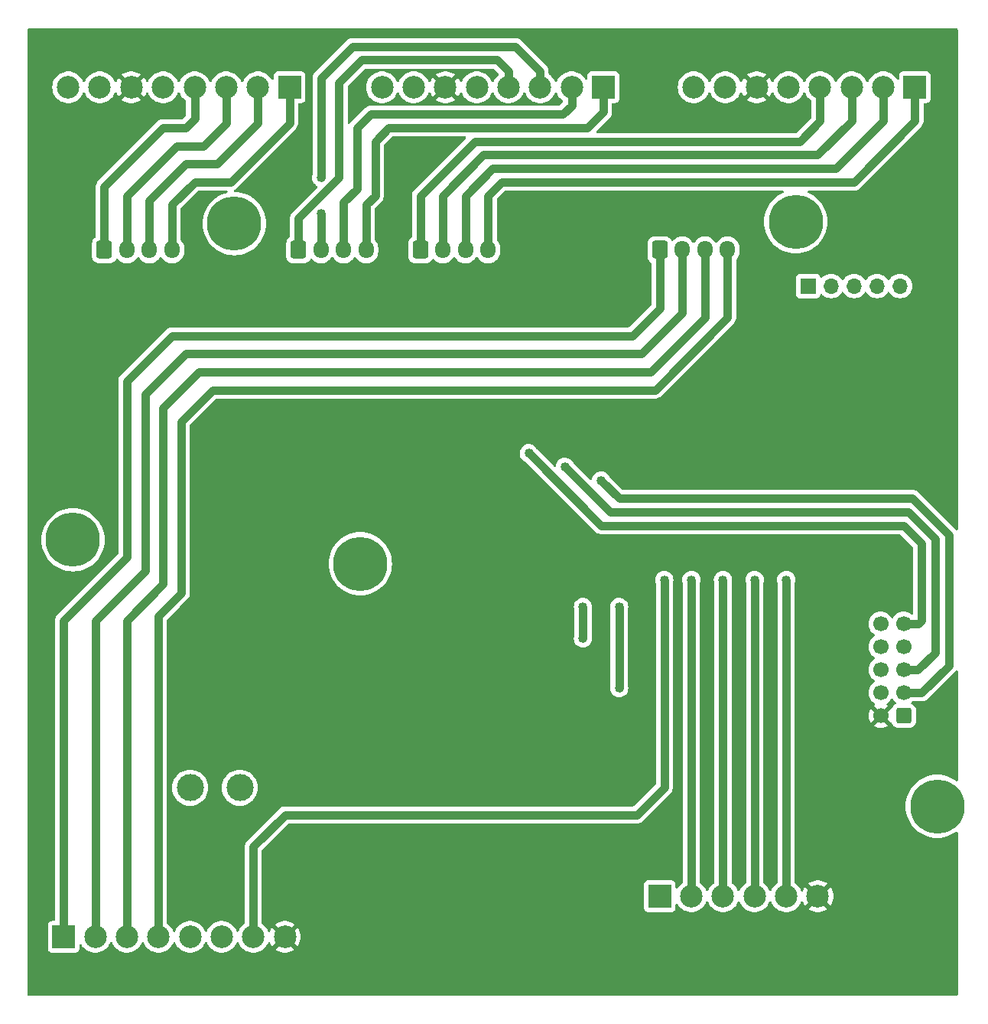
<source format=gbr>
%TF.GenerationSoftware,KiCad,Pcbnew,8.0.5-8.0.5-0~ubuntu22.04.1*%
%TF.CreationDate,2024-09-30T17:11:09+02:00*%
%TF.ProjectId,BTT-SKR-MINI-E3_shield,4254542d-534b-4522-9d4d-494e492d4533,rev?*%
%TF.SameCoordinates,Original*%
%TF.FileFunction,Copper,L2,Bot*%
%TF.FilePolarity,Positive*%
%FSLAX46Y46*%
G04 Gerber Fmt 4.6, Leading zero omitted, Abs format (unit mm)*
G04 Created by KiCad (PCBNEW 8.0.5-8.0.5-0~ubuntu22.04.1) date 2024-09-30 17:11:09*
%MOMM*%
%LPD*%
G01*
G04 APERTURE LIST*
G04 Aperture macros list*
%AMRoundRect*
0 Rectangle with rounded corners*
0 $1 Rounding radius*
0 $2 $3 $4 $5 $6 $7 $8 $9 X,Y pos of 4 corners*
0 Add a 4 corners polygon primitive as box body*
4,1,4,$2,$3,$4,$5,$6,$7,$8,$9,$2,$3,0*
0 Add four circle primitives for the rounded corners*
1,1,$1+$1,$2,$3*
1,1,$1+$1,$4,$5*
1,1,$1+$1,$6,$7*
1,1,$1+$1,$8,$9*
0 Add four rect primitives between the rounded corners*
20,1,$1+$1,$2,$3,$4,$5,0*
20,1,$1+$1,$4,$5,$6,$7,0*
20,1,$1+$1,$6,$7,$8,$9,0*
20,1,$1+$1,$8,$9,$2,$3,0*%
G04 Aperture macros list end*
%TA.AperFunction,ComponentPad*%
%ADD10R,1.700000X1.700000*%
%TD*%
%TA.AperFunction,ComponentPad*%
%ADD11O,1.700000X1.700000*%
%TD*%
%TA.AperFunction,ComponentPad*%
%ADD12R,2.500000X2.500000*%
%TD*%
%TA.AperFunction,ComponentPad*%
%ADD13C,2.500000*%
%TD*%
%TA.AperFunction,ComponentPad*%
%ADD14RoundRect,0.250000X-0.600000X-0.725000X0.600000X-0.725000X0.600000X0.725000X-0.600000X0.725000X0*%
%TD*%
%TA.AperFunction,ComponentPad*%
%ADD15O,1.700000X1.950000*%
%TD*%
%TA.AperFunction,ComponentPad*%
%ADD16RoundRect,0.250000X-0.600000X-0.600000X0.600000X-0.600000X0.600000X0.600000X-0.600000X0.600000X0*%
%TD*%
%TA.AperFunction,ComponentPad*%
%ADD17C,1.700000*%
%TD*%
%TA.AperFunction,ComponentPad*%
%ADD18C,3.000000*%
%TD*%
%TA.AperFunction,ViaPad*%
%ADD19C,1.016000*%
%TD*%
%TA.AperFunction,ViaPad*%
%ADD20C,6.000000*%
%TD*%
%TA.AperFunction,Conductor*%
%ADD21C,0.889000*%
%TD*%
G04 APERTURE END LIST*
D10*
%TO.P,GPIO1,1,Pin_1*%
%TO.N,PD0*%
X186925000Y-59000000D03*
D11*
%TO.P,GPIO1,2,Pin_2*%
%TO.N,BTN1*%
X189465000Y-59000000D03*
%TO.P,GPIO1,3,Pin_3*%
%TO.N,LED1*%
X192005000Y-59000000D03*
%TO.P,GPIO1,4,Pin_4*%
%TO.N,BTN2*%
X194545000Y-59000000D03*
%TO.P,GPIO1,5,Pin_5*%
%TO.N,LED2*%
X197085000Y-59000000D03*
%TD*%
D12*
%TO.P,MOTOR1,1,Pin_1*%
%TO.N,M1_2A*%
X129500000Y-37000000D03*
D13*
%TO.P,MOTOR1,2,Pin_2*%
%TO.N,M1_1A*%
X126000000Y-37000000D03*
%TO.P,MOTOR1,3,Pin_3*%
%TO.N,M1_1B*%
X122500000Y-37000000D03*
%TO.P,MOTOR1,4,Pin_4*%
%TO.N,M1_2B*%
X119000000Y-37000000D03*
%TO.P,MOTOR1,5,Pin_5*%
%TO.N,+5V*%
X115500000Y-37000000D03*
%TO.P,MOTOR1,6,Pin_6*%
%TO.N,GND*%
X112000000Y-37000000D03*
%TO.P,MOTOR1,7,Pin_7*%
%TO.N,E1_A*%
X108500000Y-37000000D03*
%TO.P,MOTOR1,8,Pin_8*%
%TO.N,E1_B*%
X105000000Y-37000000D03*
%TD*%
D12*
%TO.P,MOTOR3,1,Pin_1*%
%TO.N,M3_2A*%
X198750000Y-37000000D03*
D13*
%TO.P,MOTOR3,2,Pin_2*%
%TO.N,M3_1A*%
X195250000Y-37000000D03*
%TO.P,MOTOR3,3,Pin_3*%
%TO.N,M3_1B*%
X191750000Y-37000000D03*
%TO.P,MOTOR3,4,Pin_4*%
%TO.N,M3_2B*%
X188250000Y-37000000D03*
%TO.P,MOTOR3,5,Pin_5*%
%TO.N,+5V*%
X184750000Y-37000000D03*
%TO.P,MOTOR3,6,Pin_6*%
%TO.N,GND*%
X181250000Y-37000000D03*
%TO.P,MOTOR3,7,Pin_7*%
%TO.N,E3_A*%
X177750000Y-37000000D03*
%TO.P,MOTOR3,8,Pin_8*%
%TO.N,E3_B*%
X174250000Y-37000000D03*
%TD*%
D14*
%TO.P,EM1,1,Pin_1*%
%TO.N,M4_2B*%
X170500000Y-55000000D03*
D15*
%TO.P,EM1,2,Pin_2*%
%TO.N,M4_1B*%
X173000000Y-55000000D03*
%TO.P,EM1,3,Pin_3*%
%TO.N,M4_1A*%
X175500000Y-55000000D03*
%TO.P,EM1,4,Pin_4*%
%TO.N,M4_2A*%
X178000000Y-55000000D03*
%TD*%
D14*
%TO.P,ZM1,1,Pin_1*%
%TO.N,M3_2B*%
X144000000Y-55000000D03*
D15*
%TO.P,ZM1,2,Pin_2*%
%TO.N,M3_1B*%
X146500000Y-55000000D03*
%TO.P,ZM1,3,Pin_3*%
%TO.N,M3_1A*%
X149000000Y-55000000D03*
%TO.P,ZM1,4,Pin_4*%
%TO.N,M3_2A*%
X151500000Y-55000000D03*
%TD*%
D12*
%TO.P,MOTOR4,1,Pin_1*%
%TO.N,M4_2B*%
X104500000Y-131000000D03*
D13*
%TO.P,MOTOR4,2,Pin_2*%
%TO.N,M4_1B*%
X108000000Y-131000000D03*
%TO.P,MOTOR4,3,Pin_3*%
%TO.N,M4_1A*%
X111500000Y-131000000D03*
%TO.P,MOTOR4,4,Pin_4*%
%TO.N,M4_2A*%
X115000000Y-131000000D03*
%TO.P,MOTOR4,5,Pin_5*%
%TO.N,GRP-*%
X118500000Y-131000000D03*
%TO.P,MOTOR4,6,Pin_6*%
%TO.N,GRP+*%
X122000000Y-131000000D03*
%TO.P,MOTOR4,7,Pin_7*%
%TO.N,PD0*%
X125500000Y-131000000D03*
%TO.P,MOTOR4,8,Pin_8*%
%TO.N,GND*%
X129000000Y-131000000D03*
%TD*%
D14*
%TO.P,YM1,1,Pin_1*%
%TO.N,M2_2B*%
X130500000Y-55000000D03*
D15*
%TO.P,YM1,2,Pin_2*%
%TO.N,M2_1B*%
X133000000Y-55000000D03*
%TO.P,YM1,3,Pin_3*%
%TO.N,M2_1A*%
X135500000Y-55000000D03*
%TO.P,YM1,4,Pin_4*%
%TO.N,M2_2A*%
X138000000Y-55000000D03*
%TD*%
D16*
%TO.P,EXP1,1,Pin_1*%
%TO.N,+5V*%
X197500000Y-106540000D03*
D17*
%TO.P,EXP1,2,Pin_2*%
%TO.N,GND*%
X194960000Y-106540000D03*
%TO.P,EXP1,3,Pin_3*%
%TO.N,E3_B*%
X197500000Y-104000000D03*
%TO.P,EXP1,4,Pin_4*%
%TO.N,E3_A*%
X194960000Y-104000000D03*
%TO.P,EXP1,5,Pin_5*%
%TO.N,E2_B*%
X197500000Y-101460000D03*
%TO.P,EXP1,6,Pin_6*%
%TO.N,E2_A*%
X194960000Y-101460000D03*
%TO.P,EXP1,7,Pin_7*%
%TO.N,unconnected-(EXP1-Pin_7-Pad7)*%
X197500000Y-98920000D03*
%TO.P,EXP1,8,Pin_8*%
%TO.N,unconnected-(EXP1-Pin_8-Pad8)*%
X194960000Y-98920000D03*
%TO.P,EXP1,9,Pin_9*%
%TO.N,E1_B*%
X197500000Y-96380000D03*
%TO.P,EXP1,10,Pin_10*%
%TO.N,E1_A*%
X194960000Y-96380000D03*
%TD*%
D14*
%TO.P,XM1,1,Pin_1*%
%TO.N,M1_2B*%
X109000000Y-55000000D03*
D15*
%TO.P,XM1,2,Pin_2*%
%TO.N,M1_1B*%
X111500000Y-55000000D03*
%TO.P,XM1,3,Pin_3*%
%TO.N,M1_1A*%
X114000000Y-55000000D03*
%TO.P,XM1,4,Pin_4*%
%TO.N,M1_2A*%
X116500000Y-55000000D03*
%TD*%
D18*
%TO.P,GRP-,1*%
%TO.N,GRP-*%
X118500000Y-114500000D03*
%TD*%
D12*
%TO.P,PWR1,1,Pin_1*%
%TO.N,+5V*%
X170500000Y-126500000D03*
D13*
%TO.P,PWR1,2,Pin_2*%
%TO.N,BTN1*%
X174000000Y-126500000D03*
%TO.P,PWR1,3,Pin_3*%
%TO.N,LED1*%
X177500000Y-126500000D03*
%TO.P,PWR1,4,Pin_4*%
%TO.N,BTN2*%
X181000000Y-126500000D03*
%TO.P,PWR1,5,Pin_5*%
%TO.N,LED2*%
X184500000Y-126500000D03*
%TO.P,PWR1,6,Pin_6*%
%TO.N,GND*%
X188000000Y-126500000D03*
%TD*%
D18*
%TO.P,GRP+,1*%
%TO.N,GRP+*%
X124000000Y-114500000D03*
%TD*%
D12*
%TO.P,MOTOR2,1,Pin_1*%
%TO.N,M2_2A*%
X164250000Y-37000000D03*
D13*
%TO.P,MOTOR2,2,Pin_2*%
%TO.N,M2_1A*%
X160750000Y-37000000D03*
%TO.P,MOTOR2,3,Pin_3*%
%TO.N,M2_1B*%
X157250000Y-37000000D03*
%TO.P,MOTOR2,4,Pin_4*%
%TO.N,M2_2B*%
X153750000Y-37000000D03*
%TO.P,MOTOR2,5,Pin_5*%
%TO.N,+5V*%
X150250000Y-37000000D03*
%TO.P,MOTOR2,6,Pin_6*%
%TO.N,GND*%
X146750000Y-37000000D03*
%TO.P,MOTOR2,7,Pin_7*%
%TO.N,E2_A*%
X143250000Y-37000000D03*
%TO.P,MOTOR2,8,Pin_8*%
%TO.N,E2_B*%
X139750000Y-37000000D03*
%TD*%
D19*
%TO.N,PD0*%
X171000000Y-91500000D03*
D20*
%TO.N,*%
X123390000Y-52095000D03*
X201220000Y-116565000D03*
X105530000Y-87075000D03*
X137340000Y-89715000D03*
X185550000Y-51895000D03*
D19*
%TO.N,LED1*%
X177500000Y-91500000D03*
%TO.N,LED2*%
X184500000Y-91500000D03*
%TO.N,BTN1*%
X174000000Y-91500000D03*
%TO.N,BTN2*%
X181000000Y-91500000D03*
%TO.N,E2_B*%
X160000000Y-79000000D03*
%TO.N,E1_B*%
X156000000Y-77500000D03*
%TO.N,E3_A*%
X166000000Y-94500000D03*
X166000000Y-103500000D03*
%TO.N,E3_B*%
X164000000Y-80500000D03*
%TO.N,E2_A*%
X162000000Y-94500000D03*
X162000000Y-98000000D03*
%TO.N,M2_1B*%
X133000000Y-47000000D03*
X133000000Y-51000000D03*
%TD*%
D21*
%TO.N,PD0*%
X171000000Y-91500000D02*
X171000000Y-114500000D01*
X171000000Y-114500000D02*
X168000000Y-117500000D01*
X129000000Y-117500000D02*
X125500000Y-121000000D01*
X168000000Y-117500000D02*
X129000000Y-117500000D01*
X125500000Y-121000000D02*
X125500000Y-131000000D01*
%TO.N,M4_2B*%
X170500000Y-55000000D02*
X170500000Y-61500000D01*
X170500000Y-61500000D02*
X167500000Y-64500000D01*
X167500000Y-64500000D02*
X116500000Y-64500000D01*
X116500000Y-64500000D02*
X111500000Y-69500000D01*
X111500000Y-69500000D02*
X111500000Y-89000000D01*
X111500000Y-89000000D02*
X104500000Y-96000000D01*
X104500000Y-96000000D02*
X104500000Y-131000000D01*
%TO.N,M4_2A*%
X178000000Y-55000000D02*
X178000000Y-62500000D01*
X178000000Y-62500000D02*
X170000000Y-70500000D01*
X170000000Y-70500000D02*
X121000000Y-70500000D01*
X121000000Y-70500000D02*
X117500000Y-74000000D01*
X115000000Y-95500000D02*
X115000000Y-131000000D01*
X117500000Y-74000000D02*
X117500000Y-93000000D01*
X117500000Y-93000000D02*
X115000000Y-95500000D01*
%TO.N,M4_1A*%
X175500000Y-55000000D02*
X175500000Y-62500000D01*
X175500000Y-62500000D02*
X169500000Y-68500000D01*
X111500000Y-96000000D02*
X111500000Y-131000000D01*
X169500000Y-68500000D02*
X119500000Y-68500000D01*
X119500000Y-68500000D02*
X115500000Y-72500000D01*
X115500000Y-72500000D02*
X115500000Y-92000000D01*
X115500000Y-92000000D02*
X111500000Y-96000000D01*
%TO.N,M2_1B*%
X133000000Y-47000000D02*
X133000000Y-36000000D01*
X133000000Y-36000000D02*
X136500000Y-32500000D01*
X136500000Y-32500000D02*
X154500000Y-32500000D01*
X154500000Y-32500000D02*
X157250000Y-35250000D01*
X157250000Y-35250000D02*
X157250000Y-37000000D01*
%TO.N,LED1*%
X177500000Y-91500000D02*
X177500000Y-126500000D01*
%TO.N,LED2*%
X184500000Y-91500000D02*
X184500000Y-126500000D01*
%TO.N,BTN1*%
X174000000Y-91500000D02*
X174000000Y-126500000D01*
%TO.N,BTN2*%
X181000000Y-91500000D02*
X181000000Y-126500000D01*
%TO.N,M4_1B*%
X168500000Y-66500000D02*
X118000000Y-66500000D01*
X108000000Y-96000000D02*
X108000000Y-131000000D01*
X113500000Y-90500000D02*
X108000000Y-96000000D01*
X173000000Y-55000000D02*
X173000000Y-62000000D01*
X118000000Y-66500000D02*
X113500000Y-71000000D01*
X113500000Y-71000000D02*
X113500000Y-90500000D01*
X173000000Y-62000000D02*
X168500000Y-66500000D01*
%TO.N,E2_B*%
X165000000Y-84000000D02*
X198000000Y-84000000D01*
X201000000Y-87000000D02*
X201000000Y-99540000D01*
X160000000Y-79000000D02*
X165000000Y-84000000D01*
X201000000Y-99540000D02*
X199080000Y-101460000D01*
X198000000Y-84000000D02*
X201000000Y-87000000D01*
X199080000Y-101460000D02*
X197500000Y-101460000D01*
%TO.N,E1_B*%
X156000000Y-77500000D02*
X164000000Y-85500000D01*
X197500000Y-85500000D02*
X199500000Y-87500000D01*
X199500000Y-96000000D02*
X199120000Y-96380000D01*
X199500000Y-87500000D02*
X199500000Y-96000000D01*
X164000000Y-85500000D02*
X197500000Y-85500000D01*
X199120000Y-96380000D02*
X197500000Y-96380000D01*
%TO.N,E3_A*%
X166000000Y-94500000D02*
X166000000Y-103500000D01*
%TO.N,E3_B*%
X166000000Y-82500000D02*
X198500000Y-82500000D01*
X202500000Y-101000000D02*
X199500000Y-104000000D01*
X199500000Y-104000000D02*
X197500000Y-104000000D01*
X202500000Y-86500000D02*
X202500000Y-101000000D01*
X164000000Y-80500000D02*
X166000000Y-82500000D01*
X198500000Y-82500000D02*
X202500000Y-86500000D01*
%TO.N,E2_A*%
X162000000Y-94500000D02*
X162000000Y-98000000D01*
%TO.N,M1_2A*%
X129500000Y-41000000D02*
X129500000Y-37000000D01*
X116500000Y-50000000D02*
X119000000Y-47500000D01*
X123000000Y-47500000D02*
X129500000Y-41000000D01*
X119000000Y-47500000D02*
X123000000Y-47500000D01*
X116500000Y-55000000D02*
X116500000Y-50000000D01*
%TO.N,M1_1A*%
X118000000Y-45500000D02*
X121500000Y-45500000D01*
X114000000Y-55000000D02*
X114000000Y-49500000D01*
X114000000Y-49500000D02*
X118000000Y-45500000D01*
X121500000Y-45500000D02*
X126000000Y-41000000D01*
X126000000Y-41000000D02*
X126000000Y-37000000D01*
%TO.N,M1_1B*%
X117000000Y-43500000D02*
X120000000Y-43500000D01*
X122500000Y-41000000D02*
X122500000Y-37000000D01*
X120000000Y-43500000D02*
X122500000Y-41000000D01*
X111500000Y-55000000D02*
X111500000Y-49000000D01*
X111500000Y-49000000D02*
X117000000Y-43500000D01*
%TO.N,M1_2B*%
X115500000Y-41500000D02*
X118000000Y-41500000D01*
X119000000Y-40500000D02*
X119000000Y-37000000D01*
X109000000Y-48000000D02*
X115500000Y-41500000D01*
X109000000Y-55000000D02*
X109000000Y-48000000D01*
X118000000Y-41500000D02*
X119000000Y-40500000D01*
%TO.N,M2_1B*%
X133000000Y-51000000D02*
X133000000Y-55000000D01*
%TO.N,M2_2B*%
X152500000Y-34000000D02*
X153750000Y-35250000D01*
X137500000Y-34000000D02*
X152500000Y-34000000D01*
X130500000Y-55000000D02*
X130500000Y-51500000D01*
X135000000Y-36500000D02*
X137500000Y-34000000D01*
X135000000Y-47000000D02*
X135000000Y-36500000D01*
X130500000Y-51500000D02*
X135000000Y-47000000D01*
X153750000Y-35250000D02*
X153750000Y-37000000D01*
%TO.N,M2_1A*%
X135500000Y-49750000D02*
X137000000Y-48250000D01*
X160750000Y-39000000D02*
X160750000Y-37000000D01*
X135500000Y-55000000D02*
X135500000Y-49750000D01*
X137000000Y-48250000D02*
X137000000Y-41500000D01*
X138500000Y-40000000D02*
X159750000Y-40000000D01*
X159750000Y-40000000D02*
X160750000Y-39000000D01*
X137000000Y-41500000D02*
X138500000Y-40000000D01*
%TO.N,M2_2A*%
X138000000Y-50000000D02*
X139000000Y-49000000D01*
X140500000Y-41500000D02*
X162500000Y-41500000D01*
X139000000Y-49000000D02*
X139000000Y-43000000D01*
X138000000Y-55000000D02*
X138000000Y-50000000D01*
X139000000Y-43000000D02*
X140500000Y-41500000D01*
X164250000Y-39750000D02*
X164250000Y-37000000D01*
X162500000Y-41500000D02*
X164250000Y-39750000D01*
%TO.N,M3_2B*%
X144000000Y-55000000D02*
X144000000Y-49000000D01*
X188250000Y-40750000D02*
X188250000Y-37000000D01*
X150000000Y-43000000D02*
X186000000Y-43000000D01*
X144000000Y-49000000D02*
X150000000Y-43000000D01*
X186000000Y-43000000D02*
X188250000Y-40750000D01*
%TO.N,M3_1A*%
X149000000Y-49000000D02*
X152000000Y-46000000D01*
X149000000Y-55000000D02*
X149000000Y-49000000D01*
X152000000Y-46000000D02*
X190000000Y-46000000D01*
X190000000Y-46000000D02*
X195250000Y-40750000D01*
X195250000Y-40750000D02*
X195250000Y-37000000D01*
%TO.N,M3_2A*%
X151500000Y-49000000D02*
X153000000Y-47500000D01*
X198750000Y-40750000D02*
X198750000Y-37000000D01*
X151500000Y-55000000D02*
X151500000Y-49000000D01*
X192000000Y-47500000D02*
X198750000Y-40750000D01*
X153000000Y-47500000D02*
X192000000Y-47500000D01*
%TO.N,M3_1B*%
X191750000Y-40750000D02*
X191750000Y-37000000D01*
X146500000Y-49000000D02*
X151000000Y-44500000D01*
X188000000Y-44500000D02*
X191750000Y-40750000D01*
X151000000Y-44500000D02*
X188000000Y-44500000D01*
X146500000Y-55000000D02*
X146500000Y-49000000D01*
%TD*%
%TA.AperFunction,Conductor*%
%TO.N,GND*%
G36*
X152124245Y-34964685D02*
G01*
X152144887Y-34981319D01*
X152634841Y-35471273D01*
X152668326Y-35532596D01*
X152663342Y-35602288D01*
X152631501Y-35649852D01*
X152463203Y-35806009D01*
X152463200Y-35806012D01*
X152299614Y-36011143D01*
X152168432Y-36238356D01*
X152115428Y-36373409D01*
X152072612Y-36428623D01*
X152006742Y-36451924D01*
X151938732Y-36435913D01*
X151890173Y-36385675D01*
X151884572Y-36373409D01*
X151855761Y-36300000D01*
X151831568Y-36238357D01*
X151700386Y-36011143D01*
X151536805Y-35806019D01*
X151536804Y-35806018D01*
X151536801Y-35806014D01*
X151344479Y-35627567D01*
X151344467Y-35627559D01*
X151127704Y-35479772D01*
X151127700Y-35479770D01*
X151127697Y-35479768D01*
X151127696Y-35479767D01*
X150891325Y-35365938D01*
X150891327Y-35365938D01*
X150640623Y-35288606D01*
X150640619Y-35288605D01*
X150640615Y-35288604D01*
X150515823Y-35269794D01*
X150381187Y-35249500D01*
X150381182Y-35249500D01*
X150118818Y-35249500D01*
X150118812Y-35249500D01*
X149957247Y-35273853D01*
X149859385Y-35288604D01*
X149859382Y-35288605D01*
X149859376Y-35288606D01*
X149608673Y-35365938D01*
X149372303Y-35479767D01*
X149372302Y-35479768D01*
X149372296Y-35479771D01*
X149372296Y-35479772D01*
X149371654Y-35480210D01*
X149155520Y-35627567D01*
X148963198Y-35806014D01*
X148799614Y-36011143D01*
X148668433Y-36238354D01*
X148615159Y-36374093D01*
X148572343Y-36429306D01*
X148506473Y-36452607D01*
X148438462Y-36436596D01*
X148389904Y-36386358D01*
X148384302Y-36374092D01*
X148331113Y-36238567D01*
X148199972Y-36011426D01*
X148152124Y-35951427D01*
X147389309Y-36714242D01*
X147370332Y-36668426D01*
X147293726Y-36553776D01*
X147196224Y-36456274D01*
X147081574Y-36379668D01*
X147035757Y-36360690D01*
X147799168Y-35597278D01*
X147627454Y-35480206D01*
X147627445Y-35480201D01*
X147391142Y-35366404D01*
X147391144Y-35366404D01*
X147140505Y-35289092D01*
X147140499Y-35289090D01*
X146881151Y-35250000D01*
X146618848Y-35250000D01*
X146359500Y-35289090D01*
X146359494Y-35289092D01*
X146108858Y-35366404D01*
X146108854Y-35366405D01*
X145872547Y-35480205D01*
X145872539Y-35480210D01*
X145700830Y-35597277D01*
X146464243Y-36360690D01*
X146418426Y-36379668D01*
X146303776Y-36456274D01*
X146206274Y-36553776D01*
X146129668Y-36668426D01*
X146110690Y-36714242D01*
X145347874Y-35951427D01*
X145300028Y-36011425D01*
X145168883Y-36238573D01*
X145115696Y-36374092D01*
X145072880Y-36429306D01*
X145007010Y-36452607D01*
X144939000Y-36436596D01*
X144890441Y-36386358D01*
X144884840Y-36374092D01*
X144855761Y-36300000D01*
X144831568Y-36238357D01*
X144700386Y-36011143D01*
X144536805Y-35806019D01*
X144536804Y-35806018D01*
X144536801Y-35806014D01*
X144344479Y-35627567D01*
X144344467Y-35627559D01*
X144127704Y-35479772D01*
X144127700Y-35479770D01*
X144127697Y-35479768D01*
X144127696Y-35479767D01*
X143891325Y-35365938D01*
X143891327Y-35365938D01*
X143640623Y-35288606D01*
X143640619Y-35288605D01*
X143640615Y-35288604D01*
X143515823Y-35269794D01*
X143381187Y-35249500D01*
X143381182Y-35249500D01*
X143118818Y-35249500D01*
X143118812Y-35249500D01*
X142957247Y-35273853D01*
X142859385Y-35288604D01*
X142859382Y-35288605D01*
X142859376Y-35288606D01*
X142608673Y-35365938D01*
X142372303Y-35479767D01*
X142372302Y-35479768D01*
X142372296Y-35479771D01*
X142372296Y-35479772D01*
X142371654Y-35480210D01*
X142155520Y-35627567D01*
X141963198Y-35806014D01*
X141799614Y-36011143D01*
X141668432Y-36238356D01*
X141615428Y-36373409D01*
X141572612Y-36428623D01*
X141506742Y-36451924D01*
X141438732Y-36435913D01*
X141390173Y-36385675D01*
X141384572Y-36373409D01*
X141355761Y-36300000D01*
X141331568Y-36238357D01*
X141200386Y-36011143D01*
X141036805Y-35806019D01*
X141036804Y-35806018D01*
X141036801Y-35806014D01*
X140844479Y-35627567D01*
X140844467Y-35627559D01*
X140627704Y-35479772D01*
X140627700Y-35479770D01*
X140627697Y-35479768D01*
X140627696Y-35479767D01*
X140391325Y-35365938D01*
X140391327Y-35365938D01*
X140140623Y-35288606D01*
X140140619Y-35288605D01*
X140140615Y-35288604D01*
X140015823Y-35269794D01*
X139881187Y-35249500D01*
X139881182Y-35249500D01*
X139618818Y-35249500D01*
X139618812Y-35249500D01*
X139457247Y-35273853D01*
X139359385Y-35288604D01*
X139359382Y-35288605D01*
X139359376Y-35288606D01*
X139108673Y-35365938D01*
X138872303Y-35479767D01*
X138872302Y-35479768D01*
X138872296Y-35479771D01*
X138872296Y-35479772D01*
X138871654Y-35480210D01*
X138655520Y-35627567D01*
X138463198Y-35806014D01*
X138299614Y-36011143D01*
X138168432Y-36238356D01*
X138072582Y-36482578D01*
X138072576Y-36482597D01*
X138014197Y-36738374D01*
X138014196Y-36738379D01*
X137994592Y-36999995D01*
X137994592Y-37000004D01*
X138014196Y-37261620D01*
X138014197Y-37261625D01*
X138072576Y-37517402D01*
X138072578Y-37517411D01*
X138072580Y-37517416D01*
X138168432Y-37761643D01*
X138299614Y-37988857D01*
X138431736Y-38154533D01*
X138463198Y-38193985D01*
X138575163Y-38297872D01*
X138655521Y-38372433D01*
X138872296Y-38520228D01*
X138872301Y-38520230D01*
X138872302Y-38520231D01*
X138872303Y-38520232D01*
X138997843Y-38580688D01*
X139108673Y-38634061D01*
X139108674Y-38634061D01*
X139108677Y-38634063D01*
X139359385Y-38711396D01*
X139618818Y-38750500D01*
X139881182Y-38750500D01*
X140140615Y-38711396D01*
X140391323Y-38634063D01*
X140627704Y-38520228D01*
X140844479Y-38372433D01*
X141036805Y-38193981D01*
X141200386Y-37988857D01*
X141331568Y-37761643D01*
X141384572Y-37626589D01*
X141427387Y-37571376D01*
X141493257Y-37548075D01*
X141561268Y-37564086D01*
X141609827Y-37614323D01*
X141615425Y-37626584D01*
X141668432Y-37761643D01*
X141799614Y-37988857D01*
X141931736Y-38154533D01*
X141963198Y-38193985D01*
X142075163Y-38297872D01*
X142155521Y-38372433D01*
X142372296Y-38520228D01*
X142372301Y-38520230D01*
X142372302Y-38520231D01*
X142372303Y-38520232D01*
X142497843Y-38580688D01*
X142608673Y-38634061D01*
X142608674Y-38634061D01*
X142608677Y-38634063D01*
X142859385Y-38711396D01*
X143118818Y-38750500D01*
X143381182Y-38750500D01*
X143640615Y-38711396D01*
X143891323Y-38634063D01*
X144127704Y-38520228D01*
X144344479Y-38372433D01*
X144536805Y-38193981D01*
X144700386Y-37988857D01*
X144831568Y-37761643D01*
X144884840Y-37625905D01*
X144927655Y-37570693D01*
X144993525Y-37547392D01*
X145061536Y-37563403D01*
X145110094Y-37613640D01*
X145115696Y-37625907D01*
X145168883Y-37761426D01*
X145300027Y-37988573D01*
X145347874Y-38048571D01*
X146110689Y-37285756D01*
X146129668Y-37331574D01*
X146206274Y-37446224D01*
X146303776Y-37543726D01*
X146418426Y-37620332D01*
X146464242Y-37639309D01*
X145700830Y-38402720D01*
X145872546Y-38519793D01*
X145872550Y-38519795D01*
X146108854Y-38633594D01*
X146108858Y-38633595D01*
X146359494Y-38710907D01*
X146359500Y-38710909D01*
X146618848Y-38749999D01*
X146618857Y-38750000D01*
X146881143Y-38750000D01*
X146881151Y-38749999D01*
X147140499Y-38710909D01*
X147140505Y-38710907D01*
X147391143Y-38633595D01*
X147627445Y-38519798D01*
X147627447Y-38519797D01*
X147799168Y-38402720D01*
X147035757Y-37639309D01*
X147081574Y-37620332D01*
X147196224Y-37543726D01*
X147293726Y-37446224D01*
X147370332Y-37331574D01*
X147389309Y-37285756D01*
X148152125Y-38048572D01*
X148199971Y-37988573D01*
X148331114Y-37761430D01*
X148384302Y-37625908D01*
X148427118Y-37570694D01*
X148492988Y-37547392D01*
X148560998Y-37563402D01*
X148609557Y-37613640D01*
X148615159Y-37625906D01*
X148633681Y-37673099D01*
X148668432Y-37761643D01*
X148799614Y-37988857D01*
X148931736Y-38154533D01*
X148963198Y-38193985D01*
X149075163Y-38297872D01*
X149155521Y-38372433D01*
X149372296Y-38520228D01*
X149372301Y-38520230D01*
X149372302Y-38520231D01*
X149372303Y-38520232D01*
X149497843Y-38580688D01*
X149608673Y-38634061D01*
X149608674Y-38634061D01*
X149608677Y-38634063D01*
X149859385Y-38711396D01*
X150118818Y-38750500D01*
X150381182Y-38750500D01*
X150640615Y-38711396D01*
X150891323Y-38634063D01*
X151127704Y-38520228D01*
X151344479Y-38372433D01*
X151536805Y-38193981D01*
X151700386Y-37988857D01*
X151831568Y-37761643D01*
X151884572Y-37626589D01*
X151927387Y-37571376D01*
X151993257Y-37548075D01*
X152061268Y-37564086D01*
X152109827Y-37614323D01*
X152115425Y-37626584D01*
X152168432Y-37761643D01*
X152299614Y-37988857D01*
X152431736Y-38154533D01*
X152463198Y-38193985D01*
X152575163Y-38297872D01*
X152655521Y-38372433D01*
X152872296Y-38520228D01*
X152872301Y-38520230D01*
X152872302Y-38520231D01*
X152872303Y-38520232D01*
X152997843Y-38580688D01*
X153108673Y-38634061D01*
X153108674Y-38634061D01*
X153108677Y-38634063D01*
X153359385Y-38711396D01*
X153618818Y-38750500D01*
X153881182Y-38750500D01*
X154140615Y-38711396D01*
X154391323Y-38634063D01*
X154627704Y-38520228D01*
X154844479Y-38372433D01*
X155036805Y-38193981D01*
X155200386Y-37988857D01*
X155331568Y-37761643D01*
X155384572Y-37626589D01*
X155427387Y-37571376D01*
X155493257Y-37548075D01*
X155561268Y-37564086D01*
X155609827Y-37614323D01*
X155615425Y-37626584D01*
X155668432Y-37761643D01*
X155799614Y-37988857D01*
X155931736Y-38154533D01*
X155963198Y-38193985D01*
X156075163Y-38297872D01*
X156155521Y-38372433D01*
X156372296Y-38520228D01*
X156372301Y-38520230D01*
X156372302Y-38520231D01*
X156372303Y-38520232D01*
X156497843Y-38580688D01*
X156608673Y-38634061D01*
X156608674Y-38634061D01*
X156608677Y-38634063D01*
X156859385Y-38711396D01*
X157118818Y-38750500D01*
X157381182Y-38750500D01*
X157640615Y-38711396D01*
X157891323Y-38634063D01*
X158127704Y-38520228D01*
X158344479Y-38372433D01*
X158536805Y-38193981D01*
X158700386Y-37988857D01*
X158831568Y-37761643D01*
X158884572Y-37626589D01*
X158927387Y-37571376D01*
X158993257Y-37548075D01*
X159061268Y-37564086D01*
X159109827Y-37614323D01*
X159115425Y-37626584D01*
X159168432Y-37761643D01*
X159299614Y-37988857D01*
X159431736Y-38154533D01*
X159463198Y-38193985D01*
X159575163Y-38297872D01*
X159655521Y-38372433D01*
X159750853Y-38437429D01*
X159795154Y-38491457D01*
X159805000Y-38539882D01*
X159805000Y-38557206D01*
X159785315Y-38624245D01*
X159768681Y-38644887D01*
X159394887Y-39018681D01*
X159333564Y-39052166D01*
X159307206Y-39055000D01*
X138406922Y-39055000D01*
X138260668Y-39084092D01*
X138224359Y-39091314D01*
X138224354Y-39091315D01*
X138052376Y-39162550D01*
X138052367Y-39162555D01*
X137897597Y-39265970D01*
X137897593Y-39265973D01*
X136265972Y-40897594D01*
X136218134Y-40969191D01*
X136180412Y-41025646D01*
X136180410Y-41025649D01*
X136172100Y-41038085D01*
X136118487Y-41082888D01*
X136049161Y-41091594D01*
X135986135Y-41061437D01*
X135949417Y-41001993D01*
X135945000Y-40969191D01*
X135945000Y-36942794D01*
X135964685Y-36875755D01*
X135981319Y-36855113D01*
X137855113Y-34981319D01*
X137916436Y-34947834D01*
X137942794Y-34945000D01*
X152057206Y-34945000D01*
X152124245Y-34964685D01*
G37*
%TD.AperFunction*%
%TA.AperFunction,Conductor*%
G36*
X203442539Y-30520185D02*
G01*
X203488294Y-30572989D01*
X203499500Y-30624500D01*
X203499500Y-85886128D01*
X203479815Y-85953167D01*
X203427011Y-85998922D01*
X203357853Y-86008866D01*
X203294297Y-85979841D01*
X203272398Y-85955019D01*
X203234029Y-85897597D01*
X203234026Y-85897593D01*
X199102406Y-81765973D01*
X199102398Y-81765967D01*
X198947626Y-81662552D01*
X198947627Y-81662552D01*
X198775646Y-81591316D01*
X198775638Y-81591314D01*
X198593077Y-81555000D01*
X198593074Y-81555000D01*
X166442794Y-81555000D01*
X166375755Y-81535315D01*
X166355113Y-81518681D01*
X164935023Y-80098591D01*
X164913349Y-80069368D01*
X164842595Y-79936996D01*
X164842592Y-79936992D01*
X164716568Y-79783431D01*
X164563005Y-79657405D01*
X164562998Y-79657401D01*
X164387808Y-79563760D01*
X164292752Y-79534925D01*
X164197701Y-79506092D01*
X164197699Y-79506091D01*
X164197701Y-79506091D01*
X164000000Y-79486620D01*
X163802300Y-79506091D01*
X163612191Y-79563760D01*
X163437001Y-79657401D01*
X163436994Y-79657405D01*
X163283431Y-79783431D01*
X163157405Y-79936994D01*
X163157401Y-79937001D01*
X163063760Y-80112191D01*
X163006091Y-80302300D01*
X162998851Y-80375809D01*
X162972689Y-80440596D01*
X162915654Y-80480955D01*
X162845854Y-80484071D01*
X162787767Y-80451335D01*
X160935023Y-78598591D01*
X160913349Y-78569368D01*
X160842595Y-78436996D01*
X160823185Y-78413345D01*
X160716568Y-78283431D01*
X160563005Y-78157405D01*
X160562998Y-78157401D01*
X160387808Y-78063760D01*
X160292752Y-78034925D01*
X160197701Y-78006092D01*
X160197699Y-78006091D01*
X160197701Y-78006091D01*
X160000000Y-77986620D01*
X159802300Y-78006091D01*
X159612191Y-78063760D01*
X159437001Y-78157401D01*
X159436994Y-78157405D01*
X159283431Y-78283431D01*
X159157405Y-78436994D01*
X159157401Y-78437001D01*
X159063760Y-78612191D01*
X159006091Y-78802300D01*
X158998851Y-78875809D01*
X158972689Y-78940596D01*
X158915654Y-78980955D01*
X158845854Y-78984071D01*
X158787767Y-78951335D01*
X156935023Y-77098591D01*
X156913349Y-77069368D01*
X156842595Y-76936996D01*
X156842592Y-76936992D01*
X156716568Y-76783431D01*
X156563005Y-76657405D01*
X156562998Y-76657401D01*
X156387808Y-76563760D01*
X156292752Y-76534925D01*
X156197701Y-76506092D01*
X156197699Y-76506091D01*
X156197701Y-76506091D01*
X156000000Y-76486620D01*
X155802300Y-76506091D01*
X155612191Y-76563760D01*
X155437001Y-76657401D01*
X155436994Y-76657405D01*
X155283431Y-76783431D01*
X155157405Y-76936994D01*
X155157401Y-76937001D01*
X155063760Y-77112191D01*
X155006091Y-77302300D01*
X154986620Y-77500000D01*
X155006091Y-77697699D01*
X155063760Y-77887808D01*
X155157401Y-78062998D01*
X155157405Y-78063005D01*
X155283431Y-78216568D01*
X155436992Y-78342592D01*
X155436996Y-78342595D01*
X155569368Y-78413349D01*
X155598591Y-78435023D01*
X163397591Y-86234024D01*
X163397594Y-86234027D01*
X163445403Y-86265972D01*
X163552368Y-86337444D01*
X163552374Y-86337447D01*
X163552375Y-86337448D01*
X163724354Y-86408684D01*
X163906921Y-86444999D01*
X163906924Y-86445000D01*
X163906926Y-86445000D01*
X197057206Y-86445000D01*
X197124245Y-86464685D01*
X197144887Y-86481319D01*
X198518681Y-87855113D01*
X198552166Y-87916436D01*
X198555000Y-87942794D01*
X198555000Y-95231860D01*
X198535315Y-95298899D01*
X198482511Y-95344654D01*
X198413353Y-95354598D01*
X198359877Y-95333435D01*
X198177834Y-95205967D01*
X198177830Y-95205965D01*
X198177828Y-95205964D01*
X197963663Y-95106097D01*
X197963659Y-95106096D01*
X197963655Y-95106094D01*
X197735413Y-95044938D01*
X197735403Y-95044936D01*
X197500001Y-95024341D01*
X197499999Y-95024341D01*
X197264596Y-95044936D01*
X197264586Y-95044938D01*
X197036344Y-95106094D01*
X197036335Y-95106098D01*
X196822171Y-95205964D01*
X196822169Y-95205965D01*
X196628597Y-95341505D01*
X196461505Y-95508597D01*
X196331575Y-95694158D01*
X196276998Y-95737783D01*
X196207500Y-95744977D01*
X196145145Y-95713454D01*
X196128425Y-95694158D01*
X195998494Y-95508597D01*
X195831402Y-95341506D01*
X195831395Y-95341501D01*
X195637834Y-95205967D01*
X195637830Y-95205965D01*
X195637828Y-95205964D01*
X195423663Y-95106097D01*
X195423659Y-95106096D01*
X195423655Y-95106094D01*
X195195413Y-95044938D01*
X195195403Y-95044936D01*
X194960001Y-95024341D01*
X194959999Y-95024341D01*
X194724596Y-95044936D01*
X194724586Y-95044938D01*
X194496344Y-95106094D01*
X194496335Y-95106098D01*
X194282171Y-95205964D01*
X194282169Y-95205965D01*
X194088597Y-95341505D01*
X193921505Y-95508597D01*
X193785965Y-95702169D01*
X193785964Y-95702171D01*
X193686098Y-95916335D01*
X193686094Y-95916344D01*
X193624938Y-96144586D01*
X193624936Y-96144596D01*
X193604341Y-96379999D01*
X193604341Y-96380000D01*
X193624936Y-96615403D01*
X193624938Y-96615413D01*
X193686094Y-96843655D01*
X193686096Y-96843659D01*
X193686097Y-96843663D01*
X193766004Y-97015023D01*
X193785965Y-97057830D01*
X193785967Y-97057834D01*
X193825318Y-97114032D01*
X193921501Y-97251396D01*
X193921506Y-97251402D01*
X194088597Y-97418493D01*
X194088603Y-97418498D01*
X194274158Y-97548425D01*
X194317783Y-97603002D01*
X194324977Y-97672500D01*
X194293454Y-97734855D01*
X194274158Y-97751575D01*
X194088597Y-97881505D01*
X193921505Y-98048597D01*
X193785965Y-98242169D01*
X193785964Y-98242171D01*
X193686098Y-98456335D01*
X193686094Y-98456344D01*
X193624938Y-98684586D01*
X193624936Y-98684596D01*
X193604341Y-98919999D01*
X193604341Y-98920000D01*
X193624936Y-99155403D01*
X193624938Y-99155413D01*
X193686094Y-99383655D01*
X193686096Y-99383659D01*
X193686097Y-99383663D01*
X193690000Y-99392032D01*
X193785965Y-99597830D01*
X193785967Y-99597834D01*
X193894281Y-99752521D01*
X193921501Y-99791396D01*
X193921506Y-99791402D01*
X194088597Y-99958493D01*
X194088603Y-99958498D01*
X194274158Y-100088425D01*
X194317783Y-100143002D01*
X194324977Y-100212500D01*
X194293454Y-100274855D01*
X194274158Y-100291575D01*
X194088597Y-100421505D01*
X193921505Y-100588597D01*
X193785965Y-100782169D01*
X193785964Y-100782171D01*
X193686098Y-100996335D01*
X193686094Y-100996344D01*
X193624938Y-101224586D01*
X193624936Y-101224596D01*
X193604341Y-101459999D01*
X193604341Y-101460000D01*
X193624936Y-101695403D01*
X193624938Y-101695413D01*
X193686094Y-101923655D01*
X193686096Y-101923659D01*
X193686097Y-101923663D01*
X193690000Y-101932032D01*
X193785965Y-102137830D01*
X193785967Y-102137834D01*
X193855502Y-102237139D01*
X193921501Y-102331396D01*
X193921506Y-102331402D01*
X194088597Y-102498493D01*
X194088603Y-102498498D01*
X194274158Y-102628425D01*
X194317783Y-102683002D01*
X194324977Y-102752500D01*
X194293454Y-102814855D01*
X194274158Y-102831575D01*
X194088597Y-102961505D01*
X193921505Y-103128597D01*
X193785965Y-103322169D01*
X193785964Y-103322171D01*
X193686098Y-103536335D01*
X193686094Y-103536344D01*
X193624938Y-103764586D01*
X193624936Y-103764596D01*
X193604341Y-103999999D01*
X193604341Y-104000000D01*
X193624936Y-104235403D01*
X193624938Y-104235413D01*
X193686094Y-104463655D01*
X193686096Y-104463659D01*
X193686097Y-104463663D01*
X193766004Y-104635023D01*
X193785965Y-104677830D01*
X193785967Y-104677834D01*
X193855500Y-104777136D01*
X193921505Y-104871401D01*
X194088599Y-105038495D01*
X194274594Y-105168730D01*
X194318218Y-105223307D01*
X194325411Y-105292806D01*
X194293889Y-105355160D01*
X194274593Y-105371880D01*
X194198626Y-105425072D01*
X194198625Y-105425072D01*
X194830590Y-106057037D01*
X194767007Y-106074075D01*
X194652993Y-106139901D01*
X194559901Y-106232993D01*
X194494075Y-106347007D01*
X194477037Y-106410589D01*
X193845073Y-105778625D01*
X193845072Y-105778625D01*
X193786401Y-105862419D01*
X193686570Y-106076507D01*
X193686566Y-106076516D01*
X193625432Y-106304673D01*
X193625430Y-106304684D01*
X193604843Y-106539998D01*
X193604843Y-106540001D01*
X193625430Y-106775315D01*
X193625432Y-106775326D01*
X193686566Y-107003483D01*
X193686570Y-107003492D01*
X193786400Y-107217579D01*
X193786402Y-107217583D01*
X193845072Y-107301373D01*
X193845073Y-107301373D01*
X194477037Y-106669409D01*
X194494075Y-106732993D01*
X194559901Y-106847007D01*
X194652993Y-106940099D01*
X194767007Y-107005925D01*
X194830590Y-107022962D01*
X194198625Y-107654925D01*
X194282421Y-107713599D01*
X194496507Y-107813429D01*
X194496516Y-107813433D01*
X194724673Y-107874567D01*
X194724684Y-107874569D01*
X194959998Y-107895157D01*
X194960002Y-107895157D01*
X195195315Y-107874569D01*
X195195326Y-107874567D01*
X195423483Y-107813433D01*
X195423492Y-107813429D01*
X195637578Y-107713600D01*
X195637582Y-107713598D01*
X195721373Y-107654926D01*
X195721373Y-107654925D01*
X195089409Y-107022962D01*
X195152993Y-107005925D01*
X195267007Y-106940099D01*
X195360099Y-106847007D01*
X195425925Y-106732993D01*
X195442962Y-106669410D01*
X196079341Y-107305789D01*
X196131191Y-107316209D01*
X196181375Y-107364823D01*
X196191205Y-107386966D01*
X196215186Y-107459334D01*
X196307288Y-107608656D01*
X196431344Y-107732712D01*
X196580666Y-107824814D01*
X196747203Y-107879999D01*
X196849991Y-107890500D01*
X198150008Y-107890499D01*
X198252797Y-107879999D01*
X198419334Y-107824814D01*
X198568656Y-107732712D01*
X198692712Y-107608656D01*
X198784814Y-107459334D01*
X198839999Y-107292797D01*
X198850500Y-107190009D01*
X198850499Y-105889992D01*
X198839999Y-105787203D01*
X198784814Y-105620666D01*
X198692712Y-105471344D01*
X198568656Y-105347288D01*
X198419334Y-105255186D01*
X198410733Y-105252336D01*
X198353290Y-105212564D01*
X198326467Y-105148048D01*
X198338782Y-105079272D01*
X198367767Y-105042517D01*
X198367573Y-105042323D01*
X198369219Y-105040676D01*
X198370040Y-105039636D01*
X198371388Y-105038504D01*
X198371401Y-105038495D01*
X198428577Y-104981319D01*
X198489900Y-104947834D01*
X198516258Y-104945000D01*
X199593076Y-104945000D01*
X199593077Y-104944999D01*
X199775646Y-104908684D01*
X199947625Y-104837448D01*
X200037884Y-104777139D01*
X200102403Y-104734029D01*
X203234029Y-101602402D01*
X203272398Y-101544979D01*
X203326010Y-101500174D01*
X203395335Y-101491467D01*
X203458362Y-101521621D01*
X203495082Y-101581064D01*
X203499500Y-101613870D01*
X203499500Y-113646628D01*
X203479815Y-113713667D01*
X203427011Y-113759422D01*
X203357853Y-113769366D01*
X203297466Y-113742995D01*
X203280368Y-113729150D01*
X202972656Y-113529320D01*
X202645739Y-113362746D01*
X202303206Y-113231260D01*
X202303199Y-113231258D01*
X201948794Y-113136295D01*
X201948790Y-113136294D01*
X201948789Y-113136294D01*
X201586405Y-113078898D01*
X201220001Y-113059696D01*
X201219999Y-113059696D01*
X200853594Y-113078898D01*
X200491211Y-113136294D01*
X200491209Y-113136294D01*
X200136793Y-113231260D01*
X199794260Y-113362746D01*
X199467343Y-113529320D01*
X199159635Y-113729147D01*
X198874498Y-113960047D01*
X198874490Y-113960054D01*
X198615054Y-114219490D01*
X198615047Y-114219498D01*
X198384147Y-114504635D01*
X198184320Y-114812343D01*
X198017746Y-115139260D01*
X197886260Y-115481793D01*
X197791294Y-115836209D01*
X197791294Y-115836211D01*
X197733898Y-116198594D01*
X197714696Y-116564999D01*
X197714696Y-116565000D01*
X197733898Y-116931405D01*
X197791294Y-117293788D01*
X197791294Y-117293790D01*
X197886260Y-117648206D01*
X198017746Y-117990739D01*
X198184317Y-118317651D01*
X198384147Y-118625364D01*
X198384149Y-118625366D01*
X198615051Y-118910506D01*
X198874494Y-119169949D01*
X198874498Y-119169952D01*
X199159635Y-119400852D01*
X199467343Y-119600679D01*
X199467348Y-119600682D01*
X199794264Y-119767255D01*
X200136801Y-119898742D01*
X200491206Y-119993705D01*
X200853596Y-120051102D01*
X201199734Y-120069241D01*
X201219999Y-120070304D01*
X201220000Y-120070304D01*
X201220001Y-120070304D01*
X201239203Y-120069297D01*
X201586404Y-120051102D01*
X201948794Y-119993705D01*
X202303199Y-119898742D01*
X202645736Y-119767255D01*
X202972652Y-119600682D01*
X203280366Y-119400851D01*
X203297465Y-119387003D01*
X203361950Y-119360113D01*
X203430739Y-119372354D01*
X203481990Y-119419842D01*
X203499500Y-119483370D01*
X203499500Y-137375500D01*
X203479815Y-137442539D01*
X203427011Y-137488294D01*
X203375500Y-137499500D01*
X100624500Y-137499500D01*
X100557461Y-137479815D01*
X100511706Y-137427011D01*
X100500500Y-137375500D01*
X100500500Y-129702135D01*
X102749500Y-129702135D01*
X102749500Y-132297870D01*
X102749501Y-132297876D01*
X102755908Y-132357483D01*
X102806202Y-132492328D01*
X102806206Y-132492335D01*
X102892452Y-132607544D01*
X102892455Y-132607547D01*
X103007664Y-132693793D01*
X103007671Y-132693797D01*
X103142517Y-132744091D01*
X103142516Y-132744091D01*
X103149444Y-132744835D01*
X103202127Y-132750500D01*
X105797872Y-132750499D01*
X105857483Y-132744091D01*
X105992331Y-132693796D01*
X106107546Y-132607546D01*
X106193796Y-132492331D01*
X106244091Y-132357483D01*
X106250500Y-132297873D01*
X106250499Y-131933546D01*
X106270183Y-131866510D01*
X106322987Y-131820755D01*
X106392146Y-131810811D01*
X106455701Y-131839836D01*
X106481886Y-131871549D01*
X106549614Y-131988857D01*
X106681736Y-132154533D01*
X106713198Y-132193985D01*
X106825163Y-132297872D01*
X106905521Y-132372433D01*
X107122296Y-132520228D01*
X107122301Y-132520230D01*
X107122302Y-132520231D01*
X107122303Y-132520232D01*
X107247843Y-132580688D01*
X107358673Y-132634061D01*
X107358674Y-132634061D01*
X107358677Y-132634063D01*
X107609385Y-132711396D01*
X107868818Y-132750500D01*
X108131182Y-132750500D01*
X108390615Y-132711396D01*
X108641323Y-132634063D01*
X108877704Y-132520228D01*
X109094479Y-132372433D01*
X109286805Y-132193981D01*
X109450386Y-131988857D01*
X109581568Y-131761643D01*
X109634572Y-131626589D01*
X109677387Y-131571376D01*
X109743257Y-131548075D01*
X109811268Y-131564086D01*
X109859827Y-131614323D01*
X109865425Y-131626584D01*
X109918432Y-131761643D01*
X110049614Y-131988857D01*
X110181736Y-132154533D01*
X110213198Y-132193985D01*
X110325163Y-132297872D01*
X110405521Y-132372433D01*
X110622296Y-132520228D01*
X110622301Y-132520230D01*
X110622302Y-132520231D01*
X110622303Y-132520232D01*
X110747843Y-132580688D01*
X110858673Y-132634061D01*
X110858674Y-132634061D01*
X110858677Y-132634063D01*
X111109385Y-132711396D01*
X111368818Y-132750500D01*
X111631182Y-132750500D01*
X111890615Y-132711396D01*
X112141323Y-132634063D01*
X112377704Y-132520228D01*
X112594479Y-132372433D01*
X112786805Y-132193981D01*
X112950386Y-131988857D01*
X113081568Y-131761643D01*
X113134572Y-131626589D01*
X113177387Y-131571376D01*
X113243257Y-131548075D01*
X113311268Y-131564086D01*
X113359827Y-131614323D01*
X113365425Y-131626584D01*
X113418432Y-131761643D01*
X113549614Y-131988857D01*
X113681736Y-132154533D01*
X113713198Y-132193985D01*
X113825163Y-132297872D01*
X113905521Y-132372433D01*
X114122296Y-132520228D01*
X114122301Y-132520230D01*
X114122302Y-132520231D01*
X114122303Y-132520232D01*
X114247843Y-132580688D01*
X114358673Y-132634061D01*
X114358674Y-132634061D01*
X114358677Y-132634063D01*
X114609385Y-132711396D01*
X114868818Y-132750500D01*
X115131182Y-132750500D01*
X115390615Y-132711396D01*
X115641323Y-132634063D01*
X115877704Y-132520228D01*
X116094479Y-132372433D01*
X116286805Y-132193981D01*
X116450386Y-131988857D01*
X116581568Y-131761643D01*
X116634572Y-131626589D01*
X116677387Y-131571376D01*
X116743257Y-131548075D01*
X116811268Y-131564086D01*
X116859827Y-131614323D01*
X116865425Y-131626584D01*
X116918432Y-131761643D01*
X117049614Y-131988857D01*
X117181736Y-132154533D01*
X117213198Y-132193985D01*
X117325163Y-132297872D01*
X117405521Y-132372433D01*
X117622296Y-132520228D01*
X117622301Y-132520230D01*
X117622302Y-132520231D01*
X117622303Y-132520232D01*
X117747843Y-132580688D01*
X117858673Y-132634061D01*
X117858674Y-132634061D01*
X117858677Y-132634063D01*
X118109385Y-132711396D01*
X118368818Y-132750500D01*
X118631182Y-132750500D01*
X118890615Y-132711396D01*
X119141323Y-132634063D01*
X119377704Y-132520228D01*
X119594479Y-132372433D01*
X119786805Y-132193981D01*
X119950386Y-131988857D01*
X120081568Y-131761643D01*
X120134572Y-131626589D01*
X120177387Y-131571376D01*
X120243257Y-131548075D01*
X120311268Y-131564086D01*
X120359827Y-131614323D01*
X120365425Y-131626584D01*
X120418432Y-131761643D01*
X120549614Y-131988857D01*
X120681736Y-132154533D01*
X120713198Y-132193985D01*
X120825163Y-132297872D01*
X120905521Y-132372433D01*
X121122296Y-132520228D01*
X121122301Y-132520230D01*
X121122302Y-132520231D01*
X121122303Y-132520232D01*
X121247843Y-132580688D01*
X121358673Y-132634061D01*
X121358674Y-132634061D01*
X121358677Y-132634063D01*
X121609385Y-132711396D01*
X121868818Y-132750500D01*
X122131182Y-132750500D01*
X122390615Y-132711396D01*
X122641323Y-132634063D01*
X122877704Y-132520228D01*
X123094479Y-132372433D01*
X123286805Y-132193981D01*
X123450386Y-131988857D01*
X123581568Y-131761643D01*
X123634572Y-131626589D01*
X123677387Y-131571376D01*
X123743257Y-131548075D01*
X123811268Y-131564086D01*
X123859827Y-131614323D01*
X123865425Y-131626584D01*
X123918432Y-131761643D01*
X124049614Y-131988857D01*
X124181736Y-132154533D01*
X124213198Y-132193985D01*
X124325163Y-132297872D01*
X124405521Y-132372433D01*
X124622296Y-132520228D01*
X124622301Y-132520230D01*
X124622302Y-132520231D01*
X124622303Y-132520232D01*
X124747843Y-132580688D01*
X124858673Y-132634061D01*
X124858674Y-132634061D01*
X124858677Y-132634063D01*
X125109385Y-132711396D01*
X125368818Y-132750500D01*
X125631182Y-132750500D01*
X125890615Y-132711396D01*
X126141323Y-132634063D01*
X126377704Y-132520228D01*
X126594479Y-132372433D01*
X126786805Y-132193981D01*
X126950386Y-131988857D01*
X127081568Y-131761643D01*
X127134840Y-131625905D01*
X127177655Y-131570693D01*
X127243525Y-131547392D01*
X127311536Y-131563403D01*
X127360094Y-131613640D01*
X127365696Y-131625907D01*
X127418883Y-131761426D01*
X127550027Y-131988573D01*
X127597874Y-132048571D01*
X128360689Y-131285756D01*
X128379668Y-131331574D01*
X128456274Y-131446224D01*
X128553776Y-131543726D01*
X128668426Y-131620332D01*
X128714242Y-131639309D01*
X127950830Y-132402720D01*
X128122546Y-132519793D01*
X128122550Y-132519795D01*
X128358854Y-132633594D01*
X128358858Y-132633595D01*
X128609494Y-132710907D01*
X128609500Y-132710909D01*
X128868848Y-132749999D01*
X128868857Y-132750000D01*
X129131143Y-132750000D01*
X129131151Y-132749999D01*
X129390499Y-132710909D01*
X129390505Y-132710907D01*
X129641143Y-132633595D01*
X129877445Y-132519798D01*
X129877447Y-132519797D01*
X130049168Y-132402720D01*
X129285757Y-131639309D01*
X129331574Y-131620332D01*
X129446224Y-131543726D01*
X129543726Y-131446224D01*
X129620332Y-131331574D01*
X129639309Y-131285756D01*
X130402125Y-132048572D01*
X130449971Y-131988573D01*
X130581116Y-131761426D01*
X130676941Y-131517270D01*
X130735306Y-131261550D01*
X130735307Y-131261545D01*
X130754907Y-131000004D01*
X130754907Y-130999995D01*
X130735307Y-130738454D01*
X130735306Y-130738449D01*
X130676941Y-130482729D01*
X130581116Y-130238573D01*
X130581117Y-130238573D01*
X130449972Y-130011426D01*
X130402124Y-129951427D01*
X129639309Y-130714242D01*
X129620332Y-130668426D01*
X129543726Y-130553776D01*
X129446224Y-130456274D01*
X129331574Y-130379668D01*
X129285757Y-130360690D01*
X130049168Y-129597278D01*
X129877454Y-129480206D01*
X129877445Y-129480201D01*
X129641142Y-129366404D01*
X129641144Y-129366404D01*
X129390505Y-129289092D01*
X129390499Y-129289090D01*
X129131151Y-129250000D01*
X128868848Y-129250000D01*
X128609500Y-129289090D01*
X128609494Y-129289092D01*
X128358858Y-129366404D01*
X128358854Y-129366405D01*
X128122547Y-129480205D01*
X128122539Y-129480210D01*
X127950830Y-129597277D01*
X128714243Y-130360690D01*
X128668426Y-130379668D01*
X128553776Y-130456274D01*
X128456274Y-130553776D01*
X128379668Y-130668426D01*
X128360690Y-130714242D01*
X127597874Y-129951427D01*
X127550028Y-130011425D01*
X127418883Y-130238573D01*
X127365696Y-130374092D01*
X127322880Y-130429306D01*
X127257010Y-130452607D01*
X127189000Y-130436596D01*
X127140441Y-130386358D01*
X127134840Y-130374092D01*
X127105761Y-130300000D01*
X127081568Y-130238357D01*
X126950386Y-130011143D01*
X126786805Y-129806019D01*
X126786804Y-129806018D01*
X126786801Y-129806014D01*
X126610590Y-129642516D01*
X126594479Y-129627567D01*
X126594475Y-129627564D01*
X126594468Y-129627559D01*
X126499148Y-129562570D01*
X126454846Y-129508541D01*
X126445000Y-129460117D01*
X126445000Y-125202135D01*
X168749500Y-125202135D01*
X168749500Y-127797870D01*
X168749501Y-127797876D01*
X168755908Y-127857483D01*
X168806202Y-127992328D01*
X168806206Y-127992335D01*
X168892452Y-128107544D01*
X168892455Y-128107547D01*
X169007664Y-128193793D01*
X169007671Y-128193797D01*
X169142517Y-128244091D01*
X169142516Y-128244091D01*
X169149444Y-128244835D01*
X169202127Y-128250500D01*
X171797872Y-128250499D01*
X171857483Y-128244091D01*
X171992331Y-128193796D01*
X172107546Y-128107546D01*
X172193796Y-127992331D01*
X172244091Y-127857483D01*
X172250500Y-127797873D01*
X172250499Y-127433546D01*
X172270183Y-127366510D01*
X172322987Y-127320755D01*
X172392146Y-127310811D01*
X172455701Y-127339836D01*
X172481886Y-127371549D01*
X172549614Y-127488857D01*
X172681736Y-127654533D01*
X172713198Y-127693985D01*
X172825163Y-127797872D01*
X172905521Y-127872433D01*
X173122296Y-128020228D01*
X173122301Y-128020230D01*
X173122302Y-128020231D01*
X173122303Y-128020232D01*
X173247843Y-128080688D01*
X173358673Y-128134061D01*
X173358674Y-128134061D01*
X173358677Y-128134063D01*
X173609385Y-128211396D01*
X173868818Y-128250500D01*
X174131182Y-128250500D01*
X174390615Y-128211396D01*
X174641323Y-128134063D01*
X174877704Y-128020228D01*
X175094479Y-127872433D01*
X175286805Y-127693981D01*
X175450386Y-127488857D01*
X175581568Y-127261643D01*
X175634572Y-127126589D01*
X175677387Y-127071376D01*
X175743257Y-127048075D01*
X175811268Y-127064086D01*
X175859827Y-127114323D01*
X175865425Y-127126584D01*
X175918432Y-127261643D01*
X176049614Y-127488857D01*
X176181736Y-127654533D01*
X176213198Y-127693985D01*
X176325163Y-127797872D01*
X176405521Y-127872433D01*
X176622296Y-128020228D01*
X176622301Y-128020230D01*
X176622302Y-128020231D01*
X176622303Y-128020232D01*
X176747843Y-128080688D01*
X176858673Y-128134061D01*
X176858674Y-128134061D01*
X176858677Y-128134063D01*
X177109385Y-128211396D01*
X177368818Y-128250500D01*
X177631182Y-128250500D01*
X177890615Y-128211396D01*
X178141323Y-128134063D01*
X178377704Y-128020228D01*
X178594479Y-127872433D01*
X178786805Y-127693981D01*
X178950386Y-127488857D01*
X179081568Y-127261643D01*
X179134572Y-127126589D01*
X179177387Y-127071376D01*
X179243257Y-127048075D01*
X179311268Y-127064086D01*
X179359827Y-127114323D01*
X179365425Y-127126584D01*
X179418432Y-127261643D01*
X179549614Y-127488857D01*
X179681736Y-127654533D01*
X179713198Y-127693985D01*
X179825163Y-127797872D01*
X179905521Y-127872433D01*
X180122296Y-128020228D01*
X180122301Y-128020230D01*
X180122302Y-128020231D01*
X180122303Y-128020232D01*
X180247843Y-128080688D01*
X180358673Y-128134061D01*
X180358674Y-128134061D01*
X180358677Y-128134063D01*
X180609385Y-128211396D01*
X180868818Y-128250500D01*
X181131182Y-128250500D01*
X181390615Y-128211396D01*
X181641323Y-128134063D01*
X181877704Y-128020228D01*
X182094479Y-127872433D01*
X182286805Y-127693981D01*
X182450386Y-127488857D01*
X182581568Y-127261643D01*
X182634572Y-127126589D01*
X182677387Y-127071376D01*
X182743257Y-127048075D01*
X182811268Y-127064086D01*
X182859827Y-127114323D01*
X182865425Y-127126584D01*
X182918432Y-127261643D01*
X183049614Y-127488857D01*
X183181736Y-127654533D01*
X183213198Y-127693985D01*
X183325163Y-127797872D01*
X183405521Y-127872433D01*
X183622296Y-128020228D01*
X183622301Y-128020230D01*
X183622302Y-128020231D01*
X183622303Y-128020232D01*
X183747843Y-128080688D01*
X183858673Y-128134061D01*
X183858674Y-128134061D01*
X183858677Y-128134063D01*
X184109385Y-128211396D01*
X184368818Y-128250500D01*
X184631182Y-128250500D01*
X184890615Y-128211396D01*
X185141323Y-128134063D01*
X185377704Y-128020228D01*
X185594479Y-127872433D01*
X185786805Y-127693981D01*
X185950386Y-127488857D01*
X186081568Y-127261643D01*
X186134840Y-127125905D01*
X186177655Y-127070693D01*
X186243525Y-127047392D01*
X186311536Y-127063403D01*
X186360094Y-127113640D01*
X186365696Y-127125907D01*
X186418883Y-127261426D01*
X186550027Y-127488573D01*
X186597874Y-127548571D01*
X187360689Y-126785756D01*
X187379668Y-126831574D01*
X187456274Y-126946224D01*
X187553776Y-127043726D01*
X187668426Y-127120332D01*
X187714242Y-127139309D01*
X186950830Y-127902720D01*
X187122546Y-128019793D01*
X187122550Y-128019795D01*
X187358854Y-128133594D01*
X187358858Y-128133595D01*
X187609494Y-128210907D01*
X187609500Y-128210909D01*
X187868848Y-128249999D01*
X187868857Y-128250000D01*
X188131143Y-128250000D01*
X188131151Y-128249999D01*
X188390499Y-128210909D01*
X188390505Y-128210907D01*
X188641143Y-128133595D01*
X188877445Y-128019798D01*
X188877447Y-128019797D01*
X189049168Y-127902720D01*
X188285757Y-127139309D01*
X188331574Y-127120332D01*
X188446224Y-127043726D01*
X188543726Y-126946224D01*
X188620332Y-126831574D01*
X188639309Y-126785756D01*
X189402125Y-127548572D01*
X189449971Y-127488573D01*
X189581116Y-127261426D01*
X189676941Y-127017270D01*
X189735306Y-126761550D01*
X189735307Y-126761545D01*
X189754907Y-126500004D01*
X189754907Y-126499995D01*
X189735307Y-126238454D01*
X189735306Y-126238449D01*
X189676941Y-125982729D01*
X189581116Y-125738573D01*
X189581117Y-125738573D01*
X189449972Y-125511426D01*
X189402124Y-125451427D01*
X188639309Y-126214242D01*
X188620332Y-126168426D01*
X188543726Y-126053776D01*
X188446224Y-125956274D01*
X188331574Y-125879668D01*
X188285757Y-125860690D01*
X189049168Y-125097278D01*
X188877454Y-124980206D01*
X188877445Y-124980201D01*
X188641142Y-124866404D01*
X188641144Y-124866404D01*
X188390505Y-124789092D01*
X188390499Y-124789090D01*
X188131151Y-124750000D01*
X187868848Y-124750000D01*
X187609500Y-124789090D01*
X187609494Y-124789092D01*
X187358858Y-124866404D01*
X187358854Y-124866405D01*
X187122547Y-124980205D01*
X187122539Y-124980210D01*
X186950830Y-125097277D01*
X187714243Y-125860690D01*
X187668426Y-125879668D01*
X187553776Y-125956274D01*
X187456274Y-126053776D01*
X187379668Y-126168426D01*
X187360690Y-126214242D01*
X186597875Y-125451427D01*
X186597874Y-125451427D01*
X186550028Y-125511425D01*
X186418883Y-125738573D01*
X186365696Y-125874092D01*
X186322880Y-125929306D01*
X186257010Y-125952607D01*
X186189000Y-125936596D01*
X186140441Y-125886358D01*
X186134840Y-125874092D01*
X186105761Y-125800000D01*
X186081568Y-125738357D01*
X185950386Y-125511143D01*
X185786805Y-125306019D01*
X185786804Y-125306018D01*
X185786801Y-125306014D01*
X185610590Y-125142516D01*
X185594479Y-125127567D01*
X185594475Y-125127564D01*
X185594468Y-125127559D01*
X185499148Y-125062570D01*
X185454846Y-125008541D01*
X185445000Y-124960117D01*
X185445000Y-91877323D01*
X185450339Y-91841328D01*
X185493908Y-91697701D01*
X185513380Y-91500000D01*
X185493908Y-91302299D01*
X185436241Y-91112196D01*
X185436239Y-91112193D01*
X185436239Y-91112191D01*
X185342598Y-90937001D01*
X185342594Y-90936994D01*
X185216568Y-90783431D01*
X185063005Y-90657405D01*
X185062998Y-90657401D01*
X184887808Y-90563760D01*
X184792752Y-90534925D01*
X184697701Y-90506092D01*
X184697699Y-90506091D01*
X184697701Y-90506091D01*
X184500000Y-90486620D01*
X184302300Y-90506091D01*
X184112191Y-90563760D01*
X183937001Y-90657401D01*
X183936994Y-90657405D01*
X183783431Y-90783431D01*
X183657405Y-90936994D01*
X183657401Y-90937001D01*
X183563760Y-91112191D01*
X183506091Y-91302300D01*
X183486620Y-91500000D01*
X183506091Y-91697699D01*
X183549661Y-91841328D01*
X183555000Y-91877323D01*
X183555000Y-124960117D01*
X183535315Y-125027156D01*
X183500852Y-125062570D01*
X183405531Y-125127559D01*
X183405524Y-125127564D01*
X183213198Y-125306014D01*
X183049614Y-125511143D01*
X182918432Y-125738356D01*
X182865428Y-125873409D01*
X182822612Y-125928623D01*
X182756742Y-125951924D01*
X182688732Y-125935913D01*
X182640173Y-125885675D01*
X182634572Y-125873409D01*
X182605761Y-125800000D01*
X182581568Y-125738357D01*
X182450386Y-125511143D01*
X182286805Y-125306019D01*
X182286804Y-125306018D01*
X182286801Y-125306014D01*
X182110590Y-125142516D01*
X182094479Y-125127567D01*
X182094475Y-125127564D01*
X182094468Y-125127559D01*
X181999148Y-125062570D01*
X181954846Y-125008541D01*
X181945000Y-124960117D01*
X181945000Y-91877323D01*
X181950339Y-91841328D01*
X181993908Y-91697701D01*
X182013380Y-91500000D01*
X181993908Y-91302299D01*
X181936241Y-91112196D01*
X181936239Y-91112193D01*
X181936239Y-91112191D01*
X181842598Y-90937001D01*
X181842594Y-90936994D01*
X181716568Y-90783431D01*
X181563005Y-90657405D01*
X181562998Y-90657401D01*
X181387808Y-90563760D01*
X181292752Y-90534925D01*
X181197701Y-90506092D01*
X181197699Y-90506091D01*
X181197701Y-90506091D01*
X181000000Y-90486620D01*
X180802300Y-90506091D01*
X180612191Y-90563760D01*
X180437001Y-90657401D01*
X180436994Y-90657405D01*
X180283431Y-90783431D01*
X180157405Y-90936994D01*
X180157401Y-90937001D01*
X180063760Y-91112191D01*
X180006091Y-91302300D01*
X179986620Y-91500000D01*
X180006091Y-91697699D01*
X180049661Y-91841328D01*
X180055000Y-91877323D01*
X180055000Y-124960117D01*
X180035315Y-125027156D01*
X180000852Y-125062570D01*
X179905531Y-125127559D01*
X179905524Y-125127564D01*
X179713198Y-125306014D01*
X179549614Y-125511143D01*
X179418432Y-125738356D01*
X179365428Y-125873409D01*
X179322612Y-125928623D01*
X179256742Y-125951924D01*
X179188732Y-125935913D01*
X179140173Y-125885675D01*
X179134572Y-125873409D01*
X179105761Y-125800000D01*
X179081568Y-125738357D01*
X178950386Y-125511143D01*
X178786805Y-125306019D01*
X178786804Y-125306018D01*
X178786801Y-125306014D01*
X178610590Y-125142516D01*
X178594479Y-125127567D01*
X178594475Y-125127564D01*
X178594468Y-125127559D01*
X178499148Y-125062570D01*
X178454846Y-125008541D01*
X178445000Y-124960117D01*
X178445000Y-91877323D01*
X178450339Y-91841328D01*
X178493908Y-91697701D01*
X178513380Y-91500000D01*
X178493908Y-91302299D01*
X178436241Y-91112196D01*
X178436239Y-91112193D01*
X178436239Y-91112191D01*
X178342598Y-90937001D01*
X178342594Y-90936994D01*
X178216568Y-90783431D01*
X178063005Y-90657405D01*
X178062998Y-90657401D01*
X177887808Y-90563760D01*
X177792752Y-90534925D01*
X177697701Y-90506092D01*
X177697699Y-90506091D01*
X177697701Y-90506091D01*
X177500000Y-90486620D01*
X177302300Y-90506091D01*
X177112191Y-90563760D01*
X176937001Y-90657401D01*
X176936994Y-90657405D01*
X176783431Y-90783431D01*
X176657405Y-90936994D01*
X176657401Y-90937001D01*
X176563760Y-91112191D01*
X176506091Y-91302300D01*
X176486620Y-91500000D01*
X176506091Y-91697699D01*
X176549661Y-91841328D01*
X176555000Y-91877323D01*
X176555000Y-124960117D01*
X176535315Y-125027156D01*
X176500852Y-125062570D01*
X176405531Y-125127559D01*
X176405524Y-125127564D01*
X176213198Y-125306014D01*
X176049614Y-125511143D01*
X175918432Y-125738356D01*
X175865428Y-125873409D01*
X175822612Y-125928623D01*
X175756742Y-125951924D01*
X175688732Y-125935913D01*
X175640173Y-125885675D01*
X175634572Y-125873409D01*
X175605761Y-125800000D01*
X175581568Y-125738357D01*
X175450386Y-125511143D01*
X175286805Y-125306019D01*
X175286804Y-125306018D01*
X175286801Y-125306014D01*
X175110590Y-125142516D01*
X175094479Y-125127567D01*
X175094475Y-125127564D01*
X175094468Y-125127559D01*
X174999148Y-125062570D01*
X174954846Y-125008541D01*
X174945000Y-124960117D01*
X174945000Y-91877323D01*
X174950339Y-91841328D01*
X174993908Y-91697701D01*
X175013380Y-91500000D01*
X174993908Y-91302299D01*
X174936241Y-91112196D01*
X174936239Y-91112193D01*
X174936239Y-91112191D01*
X174842598Y-90937001D01*
X174842594Y-90936994D01*
X174716568Y-90783431D01*
X174563005Y-90657405D01*
X174562998Y-90657401D01*
X174387808Y-90563760D01*
X174292752Y-90534925D01*
X174197701Y-90506092D01*
X174197699Y-90506091D01*
X174197701Y-90506091D01*
X174000000Y-90486620D01*
X173802300Y-90506091D01*
X173612191Y-90563760D01*
X173437001Y-90657401D01*
X173436994Y-90657405D01*
X173283431Y-90783431D01*
X173157405Y-90936994D01*
X173157401Y-90937001D01*
X173063760Y-91112191D01*
X173006091Y-91302300D01*
X172986620Y-91500000D01*
X173006091Y-91697699D01*
X173049661Y-91841328D01*
X173055000Y-91877323D01*
X173055000Y-124960117D01*
X173035315Y-125027156D01*
X173000852Y-125062570D01*
X172905531Y-125127559D01*
X172905524Y-125127564D01*
X172713198Y-125306014D01*
X172549614Y-125511143D01*
X172481886Y-125628451D01*
X172431319Y-125676667D01*
X172362712Y-125689889D01*
X172297847Y-125663921D01*
X172257319Y-125607007D01*
X172250499Y-125566451D01*
X172250499Y-125202129D01*
X172250498Y-125202123D01*
X172250497Y-125202116D01*
X172244091Y-125142517D01*
X172193796Y-125007669D01*
X172193795Y-125007668D01*
X172193793Y-125007664D01*
X172107547Y-124892455D01*
X172107544Y-124892452D01*
X171992335Y-124806206D01*
X171992328Y-124806202D01*
X171857482Y-124755908D01*
X171857483Y-124755908D01*
X171797883Y-124749501D01*
X171797881Y-124749500D01*
X171797873Y-124749500D01*
X171797864Y-124749500D01*
X169202129Y-124749500D01*
X169202123Y-124749501D01*
X169142516Y-124755908D01*
X169007671Y-124806202D01*
X169007664Y-124806206D01*
X168892455Y-124892452D01*
X168892452Y-124892455D01*
X168806206Y-125007664D01*
X168806202Y-125007671D01*
X168755908Y-125142517D01*
X168749501Y-125202116D01*
X168749501Y-125202123D01*
X168749500Y-125202135D01*
X126445000Y-125202135D01*
X126445000Y-121442794D01*
X126464685Y-121375755D01*
X126481319Y-121355113D01*
X129355113Y-118481319D01*
X129416436Y-118447834D01*
X129442794Y-118445000D01*
X168093076Y-118445000D01*
X168093077Y-118444999D01*
X168275646Y-118408684D01*
X168447625Y-118337448D01*
X168477252Y-118317652D01*
X168602403Y-118234029D01*
X171734029Y-115102402D01*
X171837448Y-114947625D01*
X171908684Y-114775646D01*
X171945000Y-114593074D01*
X171945000Y-114406925D01*
X171945000Y-91877323D01*
X171950339Y-91841328D01*
X171993908Y-91697701D01*
X172013380Y-91500000D01*
X171993908Y-91302299D01*
X171936241Y-91112196D01*
X171936239Y-91112193D01*
X171936239Y-91112191D01*
X171842598Y-90937001D01*
X171842594Y-90936994D01*
X171716568Y-90783431D01*
X171563005Y-90657405D01*
X171562998Y-90657401D01*
X171387808Y-90563760D01*
X171292752Y-90534925D01*
X171197701Y-90506092D01*
X171197699Y-90506091D01*
X171197701Y-90506091D01*
X171000000Y-90486620D01*
X170802300Y-90506091D01*
X170612191Y-90563760D01*
X170437001Y-90657401D01*
X170436994Y-90657405D01*
X170283431Y-90783431D01*
X170157405Y-90936994D01*
X170157401Y-90937001D01*
X170063760Y-91112191D01*
X170006091Y-91302300D01*
X169986620Y-91500000D01*
X170006091Y-91697699D01*
X170049661Y-91841328D01*
X170055000Y-91877323D01*
X170055000Y-114057206D01*
X170035315Y-114124245D01*
X170018681Y-114144887D01*
X167644887Y-116518681D01*
X167583564Y-116552166D01*
X167557206Y-116555000D01*
X128906922Y-116555000D01*
X128760668Y-116584092D01*
X128724359Y-116591314D01*
X128724354Y-116591315D01*
X128653117Y-116620823D01*
X128552374Y-116662552D01*
X128542221Y-116669337D01*
X128542209Y-116669343D01*
X128397601Y-116765967D01*
X128397593Y-116765973D01*
X124765973Y-120397593D01*
X124765967Y-120397601D01*
X124662552Y-120552372D01*
X124591316Y-120724353D01*
X124591314Y-120724361D01*
X124555000Y-120906921D01*
X124555000Y-129460117D01*
X124535315Y-129527156D01*
X124500852Y-129562570D01*
X124405531Y-129627559D01*
X124405524Y-129627564D01*
X124213198Y-129806014D01*
X124049614Y-130011143D01*
X123918432Y-130238356D01*
X123865428Y-130373409D01*
X123822612Y-130428623D01*
X123756742Y-130451924D01*
X123688732Y-130435913D01*
X123640173Y-130385675D01*
X123634572Y-130373409D01*
X123605761Y-130300000D01*
X123581568Y-130238357D01*
X123450386Y-130011143D01*
X123286805Y-129806019D01*
X123286804Y-129806018D01*
X123286801Y-129806014D01*
X123094479Y-129627567D01*
X122947203Y-129527156D01*
X122877704Y-129479772D01*
X122877700Y-129479770D01*
X122877697Y-129479768D01*
X122877696Y-129479767D01*
X122641325Y-129365938D01*
X122641327Y-129365938D01*
X122390623Y-129288606D01*
X122390619Y-129288605D01*
X122390615Y-129288604D01*
X122265823Y-129269794D01*
X122131187Y-129249500D01*
X122131182Y-129249500D01*
X121868818Y-129249500D01*
X121868812Y-129249500D01*
X121707247Y-129273853D01*
X121609385Y-129288604D01*
X121609382Y-129288605D01*
X121609376Y-129288606D01*
X121358673Y-129365938D01*
X121122303Y-129479767D01*
X121122302Y-129479768D01*
X121122296Y-129479771D01*
X121122296Y-129479772D01*
X121121654Y-129480210D01*
X120905520Y-129627567D01*
X120713198Y-129806014D01*
X120549614Y-130011143D01*
X120418432Y-130238356D01*
X120365428Y-130373409D01*
X120322612Y-130428623D01*
X120256742Y-130451924D01*
X120188732Y-130435913D01*
X120140173Y-130385675D01*
X120134572Y-130373409D01*
X120105761Y-130300000D01*
X120081568Y-130238357D01*
X119950386Y-130011143D01*
X119786805Y-129806019D01*
X119786804Y-129806018D01*
X119786801Y-129806014D01*
X119594479Y-129627567D01*
X119447203Y-129527156D01*
X119377704Y-129479772D01*
X119377700Y-129479770D01*
X119377697Y-129479768D01*
X119377696Y-129479767D01*
X119141325Y-129365938D01*
X119141327Y-129365938D01*
X118890623Y-129288606D01*
X118890619Y-129288605D01*
X118890615Y-129288604D01*
X118765823Y-129269794D01*
X118631187Y-129249500D01*
X118631182Y-129249500D01*
X118368818Y-129249500D01*
X118368812Y-129249500D01*
X118207247Y-129273853D01*
X118109385Y-129288604D01*
X118109382Y-129288605D01*
X118109376Y-129288606D01*
X117858673Y-129365938D01*
X117622303Y-129479767D01*
X117622302Y-129479768D01*
X117622296Y-129479771D01*
X117622296Y-129479772D01*
X117621654Y-129480210D01*
X117405520Y-129627567D01*
X117213198Y-129806014D01*
X117049614Y-130011143D01*
X116918432Y-130238356D01*
X116865428Y-130373409D01*
X116822612Y-130428623D01*
X116756742Y-130451924D01*
X116688732Y-130435913D01*
X116640173Y-130385675D01*
X116634572Y-130373409D01*
X116605761Y-130300000D01*
X116581568Y-130238357D01*
X116450386Y-130011143D01*
X116286805Y-129806019D01*
X116286804Y-129806018D01*
X116286801Y-129806014D01*
X116110590Y-129642516D01*
X116094479Y-129627567D01*
X116094475Y-129627564D01*
X116094468Y-129627559D01*
X115999148Y-129562570D01*
X115954846Y-129508541D01*
X115945000Y-129460117D01*
X115945000Y-114499998D01*
X116494390Y-114499998D01*
X116494390Y-114500001D01*
X116514804Y-114785433D01*
X116575628Y-115065037D01*
X116575630Y-115065043D01*
X116575631Y-115065046D01*
X116603313Y-115139264D01*
X116675635Y-115333166D01*
X116812770Y-115584309D01*
X116812775Y-115584317D01*
X116984254Y-115813387D01*
X116984270Y-115813405D01*
X117186594Y-116015729D01*
X117186612Y-116015745D01*
X117415682Y-116187224D01*
X117415690Y-116187229D01*
X117666833Y-116324364D01*
X117666832Y-116324364D01*
X117666836Y-116324365D01*
X117666839Y-116324367D01*
X117934954Y-116424369D01*
X117934960Y-116424370D01*
X117934962Y-116424371D01*
X118214566Y-116485195D01*
X118214568Y-116485195D01*
X118214572Y-116485196D01*
X118468220Y-116503337D01*
X118499999Y-116505610D01*
X118500000Y-116505610D01*
X118500001Y-116505610D01*
X118528595Y-116503564D01*
X118785428Y-116485196D01*
X119065046Y-116424369D01*
X119333161Y-116324367D01*
X119584315Y-116187226D01*
X119813395Y-116015739D01*
X120015739Y-115813395D01*
X120187226Y-115584315D01*
X120324367Y-115333161D01*
X120424369Y-115065046D01*
X120485196Y-114785428D01*
X120505610Y-114500000D01*
X120505610Y-114499998D01*
X121994390Y-114499998D01*
X121994390Y-114500001D01*
X122014804Y-114785433D01*
X122075628Y-115065037D01*
X122075630Y-115065043D01*
X122075631Y-115065046D01*
X122103313Y-115139264D01*
X122175635Y-115333166D01*
X122312770Y-115584309D01*
X122312775Y-115584317D01*
X122484254Y-115813387D01*
X122484270Y-115813405D01*
X122686594Y-116015729D01*
X122686612Y-116015745D01*
X122915682Y-116187224D01*
X122915690Y-116187229D01*
X123166833Y-116324364D01*
X123166832Y-116324364D01*
X123166836Y-116324365D01*
X123166839Y-116324367D01*
X123434954Y-116424369D01*
X123434960Y-116424370D01*
X123434962Y-116424371D01*
X123714566Y-116485195D01*
X123714568Y-116485195D01*
X123714572Y-116485196D01*
X123968220Y-116503337D01*
X123999999Y-116505610D01*
X124000000Y-116505610D01*
X124000001Y-116505610D01*
X124028595Y-116503564D01*
X124285428Y-116485196D01*
X124565046Y-116424369D01*
X124833161Y-116324367D01*
X125084315Y-116187226D01*
X125313395Y-116015739D01*
X125515739Y-115813395D01*
X125687226Y-115584315D01*
X125824367Y-115333161D01*
X125924369Y-115065046D01*
X125985196Y-114785428D01*
X126005610Y-114500000D01*
X125985196Y-114214572D01*
X125962136Y-114108568D01*
X125924371Y-113934962D01*
X125924370Y-113934960D01*
X125924369Y-113934954D01*
X125824367Y-113666839D01*
X125687226Y-113415685D01*
X125687224Y-113415682D01*
X125515745Y-113186612D01*
X125515729Y-113186594D01*
X125313405Y-112984270D01*
X125313387Y-112984254D01*
X125084317Y-112812775D01*
X125084309Y-112812770D01*
X124833166Y-112675635D01*
X124833167Y-112675635D01*
X124725915Y-112635632D01*
X124565046Y-112575631D01*
X124565043Y-112575630D01*
X124565037Y-112575628D01*
X124285433Y-112514804D01*
X124000001Y-112494390D01*
X123999999Y-112494390D01*
X123714566Y-112514804D01*
X123434962Y-112575628D01*
X123166833Y-112675635D01*
X122915690Y-112812770D01*
X122915682Y-112812775D01*
X122686612Y-112984254D01*
X122686594Y-112984270D01*
X122484270Y-113186594D01*
X122484254Y-113186612D01*
X122312775Y-113415682D01*
X122312770Y-113415690D01*
X122175635Y-113666833D01*
X122075628Y-113934962D01*
X122014804Y-114214566D01*
X121994390Y-114499998D01*
X120505610Y-114499998D01*
X120485196Y-114214572D01*
X120462136Y-114108568D01*
X120424371Y-113934962D01*
X120424370Y-113934960D01*
X120424369Y-113934954D01*
X120324367Y-113666839D01*
X120187226Y-113415685D01*
X120187224Y-113415682D01*
X120015745Y-113186612D01*
X120015729Y-113186594D01*
X119813405Y-112984270D01*
X119813387Y-112984254D01*
X119584317Y-112812775D01*
X119584309Y-112812770D01*
X119333166Y-112675635D01*
X119333167Y-112675635D01*
X119225915Y-112635632D01*
X119065046Y-112575631D01*
X119065043Y-112575630D01*
X119065037Y-112575628D01*
X118785433Y-112514804D01*
X118500001Y-112494390D01*
X118499999Y-112494390D01*
X118214566Y-112514804D01*
X117934962Y-112575628D01*
X117666833Y-112675635D01*
X117415690Y-112812770D01*
X117415682Y-112812775D01*
X117186612Y-112984254D01*
X117186594Y-112984270D01*
X116984270Y-113186594D01*
X116984254Y-113186612D01*
X116812775Y-113415682D01*
X116812770Y-113415690D01*
X116675635Y-113666833D01*
X116575628Y-113934962D01*
X116514804Y-114214566D01*
X116494390Y-114499998D01*
X115945000Y-114499998D01*
X115945000Y-95942794D01*
X115964685Y-95875755D01*
X115981319Y-95855113D01*
X117336432Y-94500000D01*
X160986620Y-94500000D01*
X161006091Y-94697699D01*
X161049661Y-94841328D01*
X161055000Y-94877323D01*
X161055000Y-97622675D01*
X161049661Y-97658670D01*
X161006091Y-97802300D01*
X160986620Y-98000000D01*
X161006091Y-98197699D01*
X161063760Y-98387808D01*
X161157401Y-98562998D01*
X161157405Y-98563005D01*
X161283431Y-98716568D01*
X161436994Y-98842594D01*
X161437001Y-98842598D01*
X161612191Y-98936239D01*
X161612193Y-98936239D01*
X161612196Y-98936241D01*
X161802299Y-98993908D01*
X161802298Y-98993908D01*
X161820024Y-98995653D01*
X162000000Y-99013380D01*
X162197701Y-98993908D01*
X162387804Y-98936241D01*
X162563004Y-98842595D01*
X162716568Y-98716568D01*
X162842595Y-98563004D01*
X162936241Y-98387804D01*
X162993908Y-98197701D01*
X163013380Y-98000000D01*
X162993908Y-97802299D01*
X162950339Y-97658670D01*
X162945000Y-97622675D01*
X162945000Y-94877323D01*
X162950339Y-94841328D01*
X162962282Y-94801958D01*
X162993908Y-94697701D01*
X163013380Y-94500000D01*
X164986620Y-94500000D01*
X165006091Y-94697699D01*
X165049661Y-94841328D01*
X165055000Y-94877323D01*
X165055000Y-103122675D01*
X165049661Y-103158670D01*
X165006091Y-103302300D01*
X164986620Y-103500000D01*
X165006091Y-103697699D01*
X165063760Y-103887808D01*
X165157401Y-104062998D01*
X165157405Y-104063005D01*
X165283431Y-104216568D01*
X165436994Y-104342594D01*
X165437001Y-104342598D01*
X165612191Y-104436239D01*
X165612193Y-104436239D01*
X165612196Y-104436241D01*
X165802299Y-104493908D01*
X165802298Y-104493908D01*
X165820024Y-104495653D01*
X166000000Y-104513380D01*
X166197701Y-104493908D01*
X166387804Y-104436241D01*
X166563004Y-104342595D01*
X166716568Y-104216568D01*
X166842595Y-104063004D01*
X166936241Y-103887804D01*
X166993908Y-103697701D01*
X167013380Y-103500000D01*
X166993908Y-103302299D01*
X166950339Y-103158670D01*
X166945000Y-103122675D01*
X166945000Y-94877323D01*
X166950339Y-94841328D01*
X166962282Y-94801958D01*
X166993908Y-94697701D01*
X167013380Y-94500000D01*
X166993908Y-94302299D01*
X166936241Y-94112196D01*
X166936239Y-94112193D01*
X166936239Y-94112191D01*
X166842598Y-93937001D01*
X166842594Y-93936994D01*
X166716568Y-93783431D01*
X166563005Y-93657405D01*
X166562998Y-93657401D01*
X166387808Y-93563760D01*
X166292752Y-93534925D01*
X166197701Y-93506092D01*
X166197699Y-93506091D01*
X166197701Y-93506091D01*
X166000000Y-93486620D01*
X165802300Y-93506091D01*
X165612191Y-93563760D01*
X165437001Y-93657401D01*
X165436994Y-93657405D01*
X165283431Y-93783431D01*
X165157405Y-93936994D01*
X165157401Y-93937001D01*
X165063760Y-94112191D01*
X165006091Y-94302300D01*
X164986620Y-94500000D01*
X163013380Y-94500000D01*
X162993908Y-94302299D01*
X162936241Y-94112196D01*
X162936239Y-94112193D01*
X162936239Y-94112191D01*
X162842598Y-93937001D01*
X162842594Y-93936994D01*
X162716568Y-93783431D01*
X162563005Y-93657405D01*
X162562998Y-93657401D01*
X162387808Y-93563760D01*
X162292752Y-93534925D01*
X162197701Y-93506092D01*
X162197699Y-93506091D01*
X162197701Y-93506091D01*
X162000000Y-93486620D01*
X161802300Y-93506091D01*
X161612191Y-93563760D01*
X161437001Y-93657401D01*
X161436994Y-93657405D01*
X161283431Y-93783431D01*
X161157405Y-93936994D01*
X161157401Y-93937001D01*
X161063760Y-94112191D01*
X161006091Y-94302300D01*
X160986620Y-94500000D01*
X117336432Y-94500000D01*
X118234026Y-93602406D01*
X118234029Y-93602403D01*
X118298382Y-93506091D01*
X118337447Y-93447627D01*
X118337448Y-93447625D01*
X118408684Y-93275646D01*
X118419692Y-93220304D01*
X118445000Y-93093074D01*
X118445000Y-89714999D01*
X133834696Y-89714999D01*
X133834696Y-89715000D01*
X133853898Y-90081405D01*
X133905743Y-90408739D01*
X133911295Y-90443794D01*
X133942727Y-90561101D01*
X134006260Y-90798206D01*
X134137746Y-91140739D01*
X134304320Y-91467656D01*
X134504147Y-91775364D01*
X134504149Y-91775366D01*
X134735051Y-92060506D01*
X134994494Y-92319949D01*
X134994498Y-92319952D01*
X135279635Y-92550852D01*
X135587343Y-92750679D01*
X135587348Y-92750682D01*
X135914264Y-92917255D01*
X136256801Y-93048742D01*
X136611206Y-93143705D01*
X136973596Y-93201102D01*
X137319734Y-93219241D01*
X137339999Y-93220304D01*
X137340000Y-93220304D01*
X137340001Y-93220304D01*
X137359203Y-93219297D01*
X137706404Y-93201102D01*
X138068794Y-93143705D01*
X138423199Y-93048742D01*
X138765736Y-92917255D01*
X139092652Y-92750682D01*
X139400366Y-92550851D01*
X139685506Y-92319949D01*
X139944949Y-92060506D01*
X140175851Y-91775366D01*
X140375682Y-91467652D01*
X140542255Y-91140736D01*
X140673742Y-90798199D01*
X140768705Y-90443794D01*
X140826102Y-90081404D01*
X140845304Y-89715000D01*
X140826102Y-89348596D01*
X140768705Y-88986206D01*
X140673742Y-88631801D01*
X140542255Y-88289264D01*
X140375682Y-87962348D01*
X140306043Y-87855113D01*
X140175852Y-87654635D01*
X140003181Y-87441405D01*
X139944949Y-87369494D01*
X139685506Y-87110051D01*
X139400366Y-86879149D01*
X139400364Y-86879147D01*
X139092656Y-86679320D01*
X138765739Y-86512746D01*
X138423206Y-86381260D01*
X138292402Y-86346211D01*
X138068794Y-86286295D01*
X138068790Y-86286294D01*
X138068789Y-86286294D01*
X137706405Y-86228898D01*
X137340001Y-86209696D01*
X137339999Y-86209696D01*
X136973594Y-86228898D01*
X136611211Y-86286294D01*
X136611209Y-86286294D01*
X136256793Y-86381260D01*
X135914260Y-86512746D01*
X135587343Y-86679320D01*
X135279635Y-86879147D01*
X134994498Y-87110047D01*
X134994490Y-87110054D01*
X134735054Y-87369490D01*
X134735047Y-87369498D01*
X134504147Y-87654635D01*
X134304320Y-87962343D01*
X134137746Y-88289260D01*
X134006260Y-88631793D01*
X133911294Y-88986209D01*
X133911294Y-88986211D01*
X133853898Y-89348594D01*
X133834696Y-89714999D01*
X118445000Y-89714999D01*
X118445000Y-74442794D01*
X118464685Y-74375755D01*
X118481319Y-74355113D01*
X121355113Y-71481319D01*
X121416436Y-71447834D01*
X121442794Y-71445000D01*
X170093076Y-71445000D01*
X170093077Y-71444999D01*
X170275646Y-71408684D01*
X170447625Y-71337448D01*
X170447625Y-71337447D01*
X170447627Y-71337447D01*
X170524494Y-71286085D01*
X170602403Y-71234029D01*
X178734029Y-63102403D01*
X178837447Y-62947626D01*
X178837448Y-62947625D01*
X178908684Y-62775646D01*
X178945000Y-62593074D01*
X178945000Y-58102135D01*
X185574500Y-58102135D01*
X185574500Y-59897870D01*
X185574501Y-59897876D01*
X185580908Y-59957483D01*
X185631202Y-60092328D01*
X185631206Y-60092335D01*
X185717452Y-60207544D01*
X185717455Y-60207547D01*
X185832664Y-60293793D01*
X185832671Y-60293797D01*
X185967517Y-60344091D01*
X185967516Y-60344091D01*
X185974444Y-60344835D01*
X186027127Y-60350500D01*
X187822872Y-60350499D01*
X187882483Y-60344091D01*
X188017331Y-60293796D01*
X188132546Y-60207546D01*
X188218796Y-60092331D01*
X188267810Y-59960916D01*
X188309681Y-59904984D01*
X188375145Y-59880566D01*
X188443418Y-59895417D01*
X188471673Y-59916569D01*
X188593599Y-60038495D01*
X188690384Y-60106265D01*
X188787165Y-60174032D01*
X188787167Y-60174033D01*
X188787170Y-60174035D01*
X189001337Y-60273903D01*
X189229592Y-60335063D01*
X189406034Y-60350500D01*
X189464999Y-60355659D01*
X189465000Y-60355659D01*
X189465001Y-60355659D01*
X189523966Y-60350500D01*
X189700408Y-60335063D01*
X189928663Y-60273903D01*
X190142830Y-60174035D01*
X190336401Y-60038495D01*
X190503495Y-59871401D01*
X190633425Y-59685842D01*
X190688002Y-59642217D01*
X190757500Y-59635023D01*
X190819855Y-59666546D01*
X190836575Y-59685842D01*
X190966500Y-59871395D01*
X190966505Y-59871401D01*
X191133599Y-60038495D01*
X191230384Y-60106265D01*
X191327165Y-60174032D01*
X191327167Y-60174033D01*
X191327170Y-60174035D01*
X191541337Y-60273903D01*
X191769592Y-60335063D01*
X191946034Y-60350500D01*
X192004999Y-60355659D01*
X192005000Y-60355659D01*
X192005001Y-60355659D01*
X192063966Y-60350500D01*
X192240408Y-60335063D01*
X192468663Y-60273903D01*
X192682830Y-60174035D01*
X192876401Y-60038495D01*
X193043495Y-59871401D01*
X193173425Y-59685842D01*
X193228002Y-59642217D01*
X193297500Y-59635023D01*
X193359855Y-59666546D01*
X193376575Y-59685842D01*
X193506500Y-59871395D01*
X193506505Y-59871401D01*
X193673599Y-60038495D01*
X193770384Y-60106265D01*
X193867165Y-60174032D01*
X193867167Y-60174033D01*
X193867170Y-60174035D01*
X194081337Y-60273903D01*
X194309592Y-60335063D01*
X194486034Y-60350500D01*
X194544999Y-60355659D01*
X194545000Y-60355659D01*
X194545001Y-60355659D01*
X194603966Y-60350500D01*
X194780408Y-60335063D01*
X195008663Y-60273903D01*
X195222830Y-60174035D01*
X195416401Y-60038495D01*
X195583495Y-59871401D01*
X195713425Y-59685842D01*
X195768002Y-59642217D01*
X195837500Y-59635023D01*
X195899855Y-59666546D01*
X195916575Y-59685842D01*
X196046500Y-59871395D01*
X196046505Y-59871401D01*
X196213599Y-60038495D01*
X196310384Y-60106265D01*
X196407165Y-60174032D01*
X196407167Y-60174033D01*
X196407170Y-60174035D01*
X196621337Y-60273903D01*
X196849592Y-60335063D01*
X197026034Y-60350500D01*
X197084999Y-60355659D01*
X197085000Y-60355659D01*
X197085001Y-60355659D01*
X197143966Y-60350500D01*
X197320408Y-60335063D01*
X197548663Y-60273903D01*
X197762830Y-60174035D01*
X197956401Y-60038495D01*
X198123495Y-59871401D01*
X198259035Y-59677830D01*
X198358903Y-59463663D01*
X198420063Y-59235408D01*
X198440659Y-59000000D01*
X198420063Y-58764592D01*
X198358903Y-58536337D01*
X198259035Y-58322171D01*
X198253425Y-58314158D01*
X198123494Y-58128597D01*
X197956402Y-57961506D01*
X197956395Y-57961501D01*
X197762834Y-57825967D01*
X197762830Y-57825965D01*
X197762828Y-57825964D01*
X197548663Y-57726097D01*
X197548659Y-57726096D01*
X197548655Y-57726094D01*
X197320413Y-57664938D01*
X197320403Y-57664936D01*
X197085001Y-57644341D01*
X197084999Y-57644341D01*
X196849596Y-57664936D01*
X196849586Y-57664938D01*
X196621344Y-57726094D01*
X196621335Y-57726098D01*
X196407171Y-57825964D01*
X196407169Y-57825965D01*
X196213597Y-57961505D01*
X196046505Y-58128597D01*
X195916575Y-58314158D01*
X195861998Y-58357783D01*
X195792500Y-58364977D01*
X195730145Y-58333454D01*
X195713425Y-58314158D01*
X195583494Y-58128597D01*
X195416402Y-57961506D01*
X195416395Y-57961501D01*
X195222834Y-57825967D01*
X195222830Y-57825965D01*
X195222828Y-57825964D01*
X195008663Y-57726097D01*
X195008659Y-57726096D01*
X195008655Y-57726094D01*
X194780413Y-57664938D01*
X194780403Y-57664936D01*
X194545001Y-57644341D01*
X194544999Y-57644341D01*
X194309596Y-57664936D01*
X194309586Y-57664938D01*
X194081344Y-57726094D01*
X194081335Y-57726098D01*
X193867171Y-57825964D01*
X193867169Y-57825965D01*
X193673597Y-57961505D01*
X193506505Y-58128597D01*
X193376575Y-58314158D01*
X193321998Y-58357783D01*
X193252500Y-58364977D01*
X193190145Y-58333454D01*
X193173425Y-58314158D01*
X193043494Y-58128597D01*
X192876402Y-57961506D01*
X192876395Y-57961501D01*
X192682834Y-57825967D01*
X192682830Y-57825965D01*
X192682828Y-57825964D01*
X192468663Y-57726097D01*
X192468659Y-57726096D01*
X192468655Y-57726094D01*
X192240413Y-57664938D01*
X192240403Y-57664936D01*
X192005001Y-57644341D01*
X192004999Y-57644341D01*
X191769596Y-57664936D01*
X191769586Y-57664938D01*
X191541344Y-57726094D01*
X191541335Y-57726098D01*
X191327171Y-57825964D01*
X191327169Y-57825965D01*
X191133597Y-57961505D01*
X190966505Y-58128597D01*
X190836575Y-58314158D01*
X190781998Y-58357783D01*
X190712500Y-58364977D01*
X190650145Y-58333454D01*
X190633425Y-58314158D01*
X190503494Y-58128597D01*
X190336402Y-57961506D01*
X190336395Y-57961501D01*
X190142834Y-57825967D01*
X190142830Y-57825965D01*
X190142828Y-57825964D01*
X189928663Y-57726097D01*
X189928659Y-57726096D01*
X189928655Y-57726094D01*
X189700413Y-57664938D01*
X189700403Y-57664936D01*
X189465001Y-57644341D01*
X189464999Y-57644341D01*
X189229596Y-57664936D01*
X189229586Y-57664938D01*
X189001344Y-57726094D01*
X189001335Y-57726098D01*
X188787171Y-57825964D01*
X188787169Y-57825965D01*
X188593600Y-57961503D01*
X188471673Y-58083430D01*
X188410350Y-58116914D01*
X188340658Y-58111930D01*
X188284725Y-58070058D01*
X188267810Y-58039081D01*
X188218797Y-57907671D01*
X188218793Y-57907664D01*
X188132547Y-57792455D01*
X188132544Y-57792452D01*
X188017335Y-57706206D01*
X188017328Y-57706202D01*
X187882482Y-57655908D01*
X187882483Y-57655908D01*
X187822883Y-57649501D01*
X187822881Y-57649500D01*
X187822873Y-57649500D01*
X187822864Y-57649500D01*
X186027129Y-57649500D01*
X186027123Y-57649501D01*
X185967516Y-57655908D01*
X185832671Y-57706202D01*
X185832664Y-57706206D01*
X185717455Y-57792452D01*
X185717452Y-57792455D01*
X185631206Y-57907664D01*
X185631202Y-57907671D01*
X185580908Y-58042517D01*
X185574501Y-58102116D01*
X185574500Y-58102135D01*
X178945000Y-58102135D01*
X178945000Y-56141258D01*
X178964685Y-56074219D01*
X178981319Y-56053577D01*
X178996017Y-56038879D01*
X179030104Y-56004792D01*
X179030106Y-56004788D01*
X179030109Y-56004786D01*
X179155048Y-55832820D01*
X179155047Y-55832820D01*
X179155051Y-55832816D01*
X179251557Y-55643412D01*
X179317246Y-55441243D01*
X179350500Y-55231287D01*
X179350500Y-54768713D01*
X179317246Y-54558757D01*
X179251557Y-54356588D01*
X179155051Y-54167184D01*
X179155049Y-54167181D01*
X179155048Y-54167179D01*
X179030109Y-53995213D01*
X178879786Y-53844890D01*
X178707820Y-53719951D01*
X178518414Y-53623444D01*
X178518413Y-53623443D01*
X178518412Y-53623443D01*
X178316243Y-53557754D01*
X178316241Y-53557753D01*
X178316240Y-53557753D01*
X178154957Y-53532208D01*
X178106287Y-53524500D01*
X177893713Y-53524500D01*
X177845042Y-53532208D01*
X177683760Y-53557753D01*
X177481585Y-53623444D01*
X177292179Y-53719951D01*
X177120213Y-53844890D01*
X176969894Y-53995209D01*
X176969890Y-53995214D01*
X176850318Y-54159793D01*
X176794989Y-54202459D01*
X176725375Y-54208438D01*
X176663580Y-54175833D01*
X176649682Y-54159793D01*
X176530109Y-53995214D01*
X176530105Y-53995209D01*
X176379786Y-53844890D01*
X176207820Y-53719951D01*
X176018414Y-53623444D01*
X176018413Y-53623443D01*
X176018412Y-53623443D01*
X175816243Y-53557754D01*
X175816241Y-53557753D01*
X175816240Y-53557753D01*
X175654957Y-53532208D01*
X175606287Y-53524500D01*
X175393713Y-53524500D01*
X175345042Y-53532208D01*
X175183760Y-53557753D01*
X174981585Y-53623444D01*
X174792179Y-53719951D01*
X174620213Y-53844890D01*
X174469894Y-53995209D01*
X174469890Y-53995214D01*
X174350318Y-54159793D01*
X174294989Y-54202459D01*
X174225375Y-54208438D01*
X174163580Y-54175833D01*
X174149682Y-54159793D01*
X174030109Y-53995214D01*
X174030105Y-53995209D01*
X173879786Y-53844890D01*
X173707820Y-53719951D01*
X173518414Y-53623444D01*
X173518413Y-53623443D01*
X173518412Y-53623443D01*
X173316243Y-53557754D01*
X173316241Y-53557753D01*
X173316240Y-53557753D01*
X173154957Y-53532208D01*
X173106287Y-53524500D01*
X172893713Y-53524500D01*
X172845042Y-53532208D01*
X172683760Y-53557753D01*
X172481585Y-53623444D01*
X172292179Y-53719951D01*
X172120215Y-53844889D01*
X171981398Y-53983706D01*
X171920075Y-54017190D01*
X171850383Y-54012206D01*
X171794450Y-53970334D01*
X171788178Y-53961120D01*
X171779113Y-53946424D01*
X171692712Y-53806344D01*
X171568656Y-53682288D01*
X171441484Y-53603848D01*
X171419336Y-53590187D01*
X171419331Y-53590185D01*
X171417862Y-53589698D01*
X171252797Y-53535001D01*
X171252795Y-53535000D01*
X171150010Y-53524500D01*
X169849998Y-53524500D01*
X169849981Y-53524501D01*
X169747203Y-53535000D01*
X169747200Y-53535001D01*
X169580668Y-53590185D01*
X169580663Y-53590187D01*
X169431342Y-53682289D01*
X169307289Y-53806342D01*
X169215187Y-53955663D01*
X169215185Y-53955668D01*
X169210326Y-53970333D01*
X169160001Y-54122203D01*
X169160001Y-54122204D01*
X169160000Y-54122204D01*
X169149500Y-54224983D01*
X169149500Y-55775001D01*
X169149501Y-55775018D01*
X169160000Y-55877796D01*
X169160001Y-55877799D01*
X169205894Y-56016294D01*
X169215186Y-56044334D01*
X169307287Y-56193655D01*
X169307289Y-56193657D01*
X169431344Y-56317712D01*
X169496096Y-56357651D01*
X169542821Y-56409599D01*
X169555000Y-56463190D01*
X169555000Y-61057206D01*
X169535315Y-61124245D01*
X169518681Y-61144887D01*
X167144887Y-63518681D01*
X167083564Y-63552166D01*
X167057206Y-63555000D01*
X116406923Y-63555000D01*
X116224361Y-63591314D01*
X116224353Y-63591316D01*
X116052372Y-63662552D01*
X115897601Y-63765967D01*
X115897593Y-63765973D01*
X110765972Y-68897594D01*
X110732543Y-68947626D01*
X110662555Y-69052368D01*
X110662550Y-69052377D01*
X110591316Y-69224353D01*
X110591314Y-69224361D01*
X110555000Y-69406921D01*
X110555000Y-88557205D01*
X110535315Y-88624244D01*
X110518681Y-88644886D01*
X103765973Y-95397593D01*
X103765967Y-95397601D01*
X103662552Y-95552372D01*
X103591316Y-95724353D01*
X103591314Y-95724361D01*
X103555000Y-95906921D01*
X103555000Y-129125500D01*
X103535315Y-129192539D01*
X103482511Y-129238294D01*
X103431001Y-129249500D01*
X103202130Y-129249500D01*
X103202123Y-129249501D01*
X103142516Y-129255908D01*
X103007671Y-129306202D01*
X103007664Y-129306206D01*
X102892455Y-129392452D01*
X102892452Y-129392455D01*
X102806206Y-129507664D01*
X102806202Y-129507671D01*
X102755908Y-129642517D01*
X102749501Y-129702116D01*
X102749501Y-129702123D01*
X102749500Y-129702135D01*
X100500500Y-129702135D01*
X100500500Y-87074999D01*
X102024696Y-87074999D01*
X102024696Y-87075000D01*
X102043898Y-87441405D01*
X102101294Y-87803788D01*
X102101295Y-87803794D01*
X102131477Y-87916436D01*
X102196260Y-88158206D01*
X102327746Y-88500739D01*
X102494320Y-88827656D01*
X102694147Y-89135364D01*
X102866818Y-89348594D01*
X102925051Y-89420506D01*
X103184494Y-89679949D01*
X103343311Y-89808557D01*
X103469635Y-89910852D01*
X103777343Y-90110679D01*
X103777348Y-90110682D01*
X104104264Y-90277255D01*
X104401439Y-90391329D01*
X104442067Y-90406925D01*
X104446801Y-90408742D01*
X104801206Y-90503705D01*
X105163596Y-90561102D01*
X105509734Y-90579241D01*
X105529999Y-90580304D01*
X105530000Y-90580304D01*
X105530001Y-90580304D01*
X105549203Y-90579297D01*
X105896404Y-90561102D01*
X106258794Y-90503705D01*
X106613199Y-90408742D01*
X106955736Y-90277255D01*
X107282652Y-90110682D01*
X107590366Y-89910851D01*
X107875506Y-89679949D01*
X108134949Y-89420506D01*
X108365851Y-89135366D01*
X108565682Y-88827652D01*
X108732255Y-88500736D01*
X108863742Y-88158199D01*
X108958705Y-87803794D01*
X109016102Y-87441404D01*
X109035304Y-87075000D01*
X109016102Y-86708596D01*
X108958705Y-86346206D01*
X108863742Y-85991801D01*
X108732255Y-85649264D01*
X108565682Y-85322348D01*
X108365851Y-85014634D01*
X108134949Y-84729494D01*
X107875506Y-84470051D01*
X107590366Y-84239149D01*
X107590364Y-84239147D01*
X107282656Y-84039320D01*
X106955739Y-83872746D01*
X106613206Y-83741260D01*
X106613199Y-83741258D01*
X106258794Y-83646295D01*
X106258790Y-83646294D01*
X106258789Y-83646294D01*
X105896405Y-83588898D01*
X105530001Y-83569696D01*
X105529999Y-83569696D01*
X105163594Y-83588898D01*
X104801211Y-83646294D01*
X104801209Y-83646294D01*
X104446793Y-83741260D01*
X104104260Y-83872746D01*
X103777343Y-84039320D01*
X103469635Y-84239147D01*
X103184498Y-84470047D01*
X103184490Y-84470054D01*
X102925054Y-84729490D01*
X102925047Y-84729498D01*
X102694147Y-85014635D01*
X102494320Y-85322343D01*
X102327746Y-85649260D01*
X102196260Y-85991793D01*
X102101294Y-86346209D01*
X102101294Y-86346211D01*
X102043898Y-86708594D01*
X102024696Y-87074999D01*
X100500500Y-87074999D01*
X100500500Y-36999995D01*
X103244592Y-36999995D01*
X103244592Y-37000004D01*
X103264196Y-37261620D01*
X103264197Y-37261625D01*
X103322576Y-37517402D01*
X103322578Y-37517411D01*
X103322580Y-37517416D01*
X103418432Y-37761643D01*
X103549614Y-37988857D01*
X103681736Y-38154533D01*
X103713198Y-38193985D01*
X103825163Y-38297872D01*
X103905521Y-38372433D01*
X104122296Y-38520228D01*
X104122301Y-38520230D01*
X104122302Y-38520231D01*
X104122303Y-38520232D01*
X104247843Y-38580688D01*
X104358673Y-38634061D01*
X104358674Y-38634061D01*
X104358677Y-38634063D01*
X104609385Y-38711396D01*
X104868818Y-38750500D01*
X105131182Y-38750500D01*
X105390615Y-38711396D01*
X105641323Y-38634063D01*
X105877704Y-38520228D01*
X106094479Y-38372433D01*
X106286805Y-38193981D01*
X106450386Y-37988857D01*
X106581568Y-37761643D01*
X106634572Y-37626589D01*
X106677387Y-37571376D01*
X106743257Y-37548075D01*
X106811268Y-37564086D01*
X106859827Y-37614323D01*
X106865425Y-37626584D01*
X106918432Y-37761643D01*
X107049614Y-37988857D01*
X107181736Y-38154533D01*
X107213198Y-38193985D01*
X107325163Y-38297872D01*
X107405521Y-38372433D01*
X107622296Y-38520228D01*
X107622301Y-38520230D01*
X107622302Y-38520231D01*
X107622303Y-38520232D01*
X107747843Y-38580688D01*
X107858673Y-38634061D01*
X107858674Y-38634061D01*
X107858677Y-38634063D01*
X108109385Y-38711396D01*
X108368818Y-38750500D01*
X108631182Y-38750500D01*
X108890615Y-38711396D01*
X109141323Y-38634063D01*
X109377704Y-38520228D01*
X109594479Y-38372433D01*
X109786805Y-38193981D01*
X109950386Y-37988857D01*
X110081568Y-37761643D01*
X110134840Y-37625905D01*
X110177655Y-37570693D01*
X110243525Y-37547392D01*
X110311536Y-37563403D01*
X110360094Y-37613640D01*
X110365696Y-37625907D01*
X110418883Y-37761426D01*
X110550027Y-37988573D01*
X110597874Y-38048571D01*
X111360689Y-37285756D01*
X111379668Y-37331574D01*
X111456274Y-37446224D01*
X111553776Y-37543726D01*
X111668426Y-37620332D01*
X111714242Y-37639309D01*
X110950830Y-38402720D01*
X111122546Y-38519793D01*
X111122550Y-38519795D01*
X111358854Y-38633594D01*
X111358858Y-38633595D01*
X111609494Y-38710907D01*
X111609500Y-38710909D01*
X111868848Y-38749999D01*
X111868857Y-38750000D01*
X112131143Y-38750000D01*
X112131151Y-38749999D01*
X112390499Y-38710909D01*
X112390505Y-38710907D01*
X112641143Y-38633595D01*
X112877445Y-38519798D01*
X112877447Y-38519797D01*
X113049168Y-38402720D01*
X112285757Y-37639309D01*
X112331574Y-37620332D01*
X112446224Y-37543726D01*
X112543726Y-37446224D01*
X112620332Y-37331574D01*
X112639309Y-37285756D01*
X113402125Y-38048572D01*
X113449971Y-37988573D01*
X113581114Y-37761430D01*
X113634302Y-37625908D01*
X113677118Y-37570694D01*
X113742988Y-37547392D01*
X113810998Y-37563402D01*
X113859557Y-37613640D01*
X113865159Y-37625906D01*
X113883681Y-37673099D01*
X113918432Y-37761643D01*
X114049614Y-37988857D01*
X114181736Y-38154533D01*
X114213198Y-38193985D01*
X114325163Y-38297872D01*
X114405521Y-38372433D01*
X114622296Y-38520228D01*
X114622301Y-38520230D01*
X114622302Y-38520231D01*
X114622303Y-38520232D01*
X114747843Y-38580688D01*
X114858673Y-38634061D01*
X114858674Y-38634061D01*
X114858677Y-38634063D01*
X115109385Y-38711396D01*
X115368818Y-38750500D01*
X115631182Y-38750500D01*
X115890615Y-38711396D01*
X116141323Y-38634063D01*
X116377704Y-38520228D01*
X116594479Y-38372433D01*
X116786805Y-38193981D01*
X116950386Y-37988857D01*
X117081568Y-37761643D01*
X117134572Y-37626589D01*
X117177387Y-37571376D01*
X117243257Y-37548075D01*
X117311268Y-37564086D01*
X117359827Y-37614323D01*
X117365425Y-37626584D01*
X117418432Y-37761643D01*
X117549614Y-37988857D01*
X117681736Y-38154533D01*
X117713198Y-38193985D01*
X117825163Y-38297872D01*
X117905521Y-38372433D01*
X118000853Y-38437429D01*
X118045154Y-38491457D01*
X118055000Y-38539882D01*
X118055000Y-40057206D01*
X118035315Y-40124245D01*
X118018681Y-40144887D01*
X117644887Y-40518681D01*
X117583564Y-40552166D01*
X117557206Y-40555000D01*
X115406926Y-40555000D01*
X115254643Y-40585290D01*
X115254640Y-40585290D01*
X115232071Y-40589780D01*
X115224353Y-40591316D01*
X115224352Y-40591316D01*
X115224349Y-40591317D01*
X115052376Y-40662550D01*
X115052367Y-40662555D01*
X114897597Y-40765970D01*
X114897593Y-40765973D01*
X108265972Y-47397594D01*
X108238600Y-47438560D01*
X108186876Y-47515971D01*
X108177132Y-47530552D01*
X108162551Y-47552375D01*
X108091316Y-47724353D01*
X108091314Y-47724361D01*
X108055000Y-47906921D01*
X108055000Y-53536809D01*
X108035315Y-53603848D01*
X107996097Y-53642347D01*
X107931347Y-53682285D01*
X107931343Y-53682288D01*
X107807289Y-53806342D01*
X107715187Y-53955663D01*
X107715185Y-53955668D01*
X107710326Y-53970333D01*
X107660001Y-54122203D01*
X107660001Y-54122204D01*
X107660000Y-54122204D01*
X107649500Y-54224983D01*
X107649500Y-55775001D01*
X107649501Y-55775018D01*
X107660000Y-55877796D01*
X107660001Y-55877799D01*
X107705894Y-56016294D01*
X107715186Y-56044334D01*
X107807288Y-56193656D01*
X107931344Y-56317712D01*
X108080666Y-56409814D01*
X108247203Y-56464999D01*
X108349991Y-56475500D01*
X109650008Y-56475499D01*
X109752797Y-56464999D01*
X109919334Y-56409814D01*
X110068656Y-56317712D01*
X110192712Y-56193656D01*
X110284814Y-56044334D01*
X110284814Y-56044331D01*
X110288178Y-56038879D01*
X110340126Y-55992154D01*
X110409088Y-55980931D01*
X110473170Y-56008774D01*
X110481398Y-56016294D01*
X110620213Y-56155109D01*
X110792179Y-56280048D01*
X110792181Y-56280049D01*
X110792184Y-56280051D01*
X110981588Y-56376557D01*
X111183757Y-56442246D01*
X111393713Y-56475500D01*
X111393714Y-56475500D01*
X111606286Y-56475500D01*
X111606287Y-56475500D01*
X111816243Y-56442246D01*
X112018412Y-56376557D01*
X112207816Y-56280051D01*
X112229789Y-56264086D01*
X112379786Y-56155109D01*
X112379788Y-56155106D01*
X112379792Y-56155104D01*
X112530104Y-56004792D01*
X112649683Y-55840204D01*
X112705011Y-55797540D01*
X112774624Y-55791561D01*
X112836420Y-55824166D01*
X112850313Y-55840199D01*
X112952560Y-55980931D01*
X112969896Y-56004792D01*
X113120213Y-56155109D01*
X113292179Y-56280048D01*
X113292181Y-56280049D01*
X113292184Y-56280051D01*
X113481588Y-56376557D01*
X113683757Y-56442246D01*
X113893713Y-56475500D01*
X113893714Y-56475500D01*
X114106286Y-56475500D01*
X114106287Y-56475500D01*
X114316243Y-56442246D01*
X114518412Y-56376557D01*
X114707816Y-56280051D01*
X114729789Y-56264086D01*
X114879786Y-56155109D01*
X114879788Y-56155106D01*
X114879792Y-56155104D01*
X115030104Y-56004792D01*
X115149683Y-55840204D01*
X115205011Y-55797540D01*
X115274624Y-55791561D01*
X115336420Y-55824166D01*
X115350313Y-55840199D01*
X115452560Y-55980931D01*
X115469896Y-56004792D01*
X115620213Y-56155109D01*
X115792179Y-56280048D01*
X115792181Y-56280049D01*
X115792184Y-56280051D01*
X115981588Y-56376557D01*
X116183757Y-56442246D01*
X116393713Y-56475500D01*
X116393714Y-56475500D01*
X116606286Y-56475500D01*
X116606287Y-56475500D01*
X116816243Y-56442246D01*
X117018412Y-56376557D01*
X117207816Y-56280051D01*
X117229789Y-56264086D01*
X117379786Y-56155109D01*
X117379788Y-56155106D01*
X117379792Y-56155104D01*
X117530104Y-56004792D01*
X117530106Y-56004788D01*
X117530109Y-56004786D01*
X117655048Y-55832820D01*
X117655047Y-55832820D01*
X117655051Y-55832816D01*
X117751557Y-55643412D01*
X117817246Y-55441243D01*
X117850500Y-55231287D01*
X117850500Y-54768713D01*
X117817246Y-54558757D01*
X117751557Y-54356588D01*
X117655051Y-54167184D01*
X117655049Y-54167181D01*
X117655048Y-54167179D01*
X117530109Y-53995213D01*
X117481319Y-53946423D01*
X117447834Y-53885100D01*
X117445000Y-53858742D01*
X117445000Y-50442794D01*
X117464685Y-50375755D01*
X117481319Y-50355113D01*
X119355113Y-48481319D01*
X119416436Y-48447834D01*
X119442794Y-48445000D01*
X122545218Y-48445000D01*
X122612257Y-48464685D01*
X122658012Y-48517489D01*
X122667956Y-48586647D01*
X122638931Y-48650203D01*
X122580153Y-48687977D01*
X122577355Y-48688762D01*
X122362002Y-48746466D01*
X122306793Y-48761260D01*
X121964260Y-48892746D01*
X121637343Y-49059320D01*
X121329635Y-49259147D01*
X121044498Y-49490047D01*
X121044490Y-49490054D01*
X120785054Y-49749490D01*
X120785047Y-49749498D01*
X120554147Y-50034635D01*
X120354320Y-50342343D01*
X120187746Y-50669260D01*
X120056260Y-51011793D01*
X119961294Y-51366209D01*
X119961294Y-51366211D01*
X119903898Y-51728594D01*
X119884696Y-52094999D01*
X119884696Y-52095000D01*
X119903898Y-52461405D01*
X119961294Y-52823788D01*
X119961294Y-52823790D01*
X120056260Y-53178206D01*
X120187746Y-53520739D01*
X120354320Y-53847656D01*
X120554147Y-54155364D01*
X120570723Y-54175833D01*
X120785051Y-54440506D01*
X121044494Y-54699949D01*
X121203311Y-54828557D01*
X121329635Y-54930852D01*
X121637343Y-55130679D01*
X121637348Y-55130682D01*
X121964264Y-55297255D01*
X122306801Y-55428742D01*
X122661206Y-55523705D01*
X123023596Y-55581102D01*
X123369734Y-55599241D01*
X123389999Y-55600304D01*
X123390000Y-55600304D01*
X123390001Y-55600304D01*
X123409203Y-55599297D01*
X123756404Y-55581102D01*
X124118794Y-55523705D01*
X124473199Y-55428742D01*
X124815736Y-55297255D01*
X125142652Y-55130682D01*
X125450366Y-54930851D01*
X125735506Y-54699949D01*
X125994949Y-54440506D01*
X126169476Y-54224983D01*
X129149500Y-54224983D01*
X129149500Y-55775001D01*
X129149501Y-55775018D01*
X129160000Y-55877796D01*
X129160001Y-55877799D01*
X129205894Y-56016294D01*
X129215186Y-56044334D01*
X129307288Y-56193656D01*
X129431344Y-56317712D01*
X129580666Y-56409814D01*
X129747203Y-56464999D01*
X129849991Y-56475500D01*
X131150008Y-56475499D01*
X131252797Y-56464999D01*
X131419334Y-56409814D01*
X131568656Y-56317712D01*
X131692712Y-56193656D01*
X131784814Y-56044334D01*
X131784814Y-56044331D01*
X131788178Y-56038879D01*
X131840126Y-55992154D01*
X131909088Y-55980931D01*
X131973170Y-56008774D01*
X131981398Y-56016294D01*
X132120213Y-56155109D01*
X132292179Y-56280048D01*
X132292181Y-56280049D01*
X132292184Y-56280051D01*
X132481588Y-56376557D01*
X132683757Y-56442246D01*
X132893713Y-56475500D01*
X132893714Y-56475500D01*
X133106286Y-56475500D01*
X133106287Y-56475500D01*
X133316243Y-56442246D01*
X133518412Y-56376557D01*
X133707816Y-56280051D01*
X133729789Y-56264086D01*
X133879786Y-56155109D01*
X133879788Y-56155106D01*
X133879792Y-56155104D01*
X134030104Y-56004792D01*
X134149683Y-55840204D01*
X134205011Y-55797540D01*
X134274624Y-55791561D01*
X134336420Y-55824166D01*
X134350313Y-55840199D01*
X134452560Y-55980931D01*
X134469896Y-56004792D01*
X134620213Y-56155109D01*
X134792179Y-56280048D01*
X134792181Y-56280049D01*
X134792184Y-56280051D01*
X134981588Y-56376557D01*
X135183757Y-56442246D01*
X135393713Y-56475500D01*
X135393714Y-56475500D01*
X135606286Y-56475500D01*
X135606287Y-56475500D01*
X135816243Y-56442246D01*
X136018412Y-56376557D01*
X136207816Y-56280051D01*
X136229789Y-56264086D01*
X136379786Y-56155109D01*
X136379788Y-56155106D01*
X136379792Y-56155104D01*
X136530104Y-56004792D01*
X136649683Y-55840204D01*
X136705011Y-55797540D01*
X136774624Y-55791561D01*
X136836420Y-55824166D01*
X136850313Y-55840199D01*
X136952560Y-55980931D01*
X136969896Y-56004792D01*
X137120213Y-56155109D01*
X137292179Y-56280048D01*
X137292181Y-56280049D01*
X137292184Y-56280051D01*
X137481588Y-56376557D01*
X137683757Y-56442246D01*
X137893713Y-56475500D01*
X137893714Y-56475500D01*
X138106286Y-56475500D01*
X138106287Y-56475500D01*
X138316243Y-56442246D01*
X138518412Y-56376557D01*
X138707816Y-56280051D01*
X138729789Y-56264086D01*
X138879786Y-56155109D01*
X138879788Y-56155106D01*
X138879792Y-56155104D01*
X139030104Y-56004792D01*
X139030106Y-56004788D01*
X139030109Y-56004786D01*
X139155048Y-55832820D01*
X139155047Y-55832820D01*
X139155051Y-55832816D01*
X139251557Y-55643412D01*
X139317246Y-55441243D01*
X139350500Y-55231287D01*
X139350500Y-54768713D01*
X139317246Y-54558757D01*
X139251557Y-54356588D01*
X139155051Y-54167184D01*
X139155049Y-54167181D01*
X139155048Y-54167179D01*
X139030109Y-53995213D01*
X138981319Y-53946423D01*
X138947834Y-53885100D01*
X138945000Y-53858742D01*
X138945000Y-50442793D01*
X138964685Y-50375754D01*
X138981319Y-50355112D01*
X139734026Y-49602405D01*
X139734029Y-49602402D01*
X139837448Y-49447625D01*
X139908684Y-49275646D01*
X139945000Y-49093074D01*
X139945000Y-48906925D01*
X139945000Y-43442794D01*
X139964685Y-43375755D01*
X139981319Y-43355113D01*
X140855113Y-42481319D01*
X140916436Y-42447834D01*
X140942794Y-42445000D01*
X148919206Y-42445000D01*
X148986245Y-42464685D01*
X149032000Y-42517489D01*
X149041944Y-42586647D01*
X149012919Y-42650203D01*
X149006887Y-42656681D01*
X143265975Y-48397591D01*
X143265972Y-48397594D01*
X143220069Y-48466295D01*
X143162555Y-48552369D01*
X143162550Y-48552377D01*
X143091316Y-48724353D01*
X143091314Y-48724361D01*
X143055000Y-48906921D01*
X143055000Y-53536809D01*
X143035315Y-53603848D01*
X142996097Y-53642347D01*
X142931347Y-53682285D01*
X142931343Y-53682288D01*
X142807289Y-53806342D01*
X142715187Y-53955663D01*
X142715185Y-53955668D01*
X142710326Y-53970333D01*
X142660001Y-54122203D01*
X142660001Y-54122204D01*
X142660000Y-54122204D01*
X142649500Y-54224983D01*
X142649500Y-55775001D01*
X142649501Y-55775018D01*
X142660000Y-55877796D01*
X142660001Y-55877799D01*
X142705894Y-56016294D01*
X142715186Y-56044334D01*
X142807288Y-56193656D01*
X142931344Y-56317712D01*
X143080666Y-56409814D01*
X143247203Y-56464999D01*
X143349991Y-56475500D01*
X144650008Y-56475499D01*
X144752797Y-56464999D01*
X144919334Y-56409814D01*
X145068656Y-56317712D01*
X145192712Y-56193656D01*
X145284814Y-56044334D01*
X145284814Y-56044331D01*
X145288178Y-56038879D01*
X145340126Y-55992154D01*
X145409088Y-55980931D01*
X145473170Y-56008774D01*
X145481398Y-56016294D01*
X145620213Y-56155109D01*
X145792179Y-56280048D01*
X145792181Y-56280049D01*
X145792184Y-56280051D01*
X145981588Y-56376557D01*
X146183757Y-56442246D01*
X146393713Y-56475500D01*
X146393714Y-56475500D01*
X146606286Y-56475500D01*
X146606287Y-56475500D01*
X146816243Y-56442246D01*
X147018412Y-56376557D01*
X147207816Y-56280051D01*
X147229789Y-56264086D01*
X147379786Y-56155109D01*
X147379788Y-56155106D01*
X147379792Y-56155104D01*
X147530104Y-56004792D01*
X147649683Y-55840204D01*
X147705011Y-55797540D01*
X147774624Y-55791561D01*
X147836420Y-55824166D01*
X147850313Y-55840199D01*
X147952560Y-55980931D01*
X147969896Y-56004792D01*
X148120213Y-56155109D01*
X148292179Y-56280048D01*
X148292181Y-56280049D01*
X148292184Y-56280051D01*
X148481588Y-56376557D01*
X148683757Y-56442246D01*
X148893713Y-56475500D01*
X148893714Y-56475500D01*
X149106286Y-56475500D01*
X149106287Y-56475500D01*
X149316243Y-56442246D01*
X149518412Y-56376557D01*
X149707816Y-56280051D01*
X149729789Y-56264086D01*
X149879786Y-56155109D01*
X149879788Y-56155106D01*
X149879792Y-56155104D01*
X150030104Y-56004792D01*
X150149683Y-55840204D01*
X150205011Y-55797540D01*
X150274624Y-55791561D01*
X150336420Y-55824166D01*
X150350313Y-55840199D01*
X150452560Y-55980931D01*
X150469896Y-56004792D01*
X150620213Y-56155109D01*
X150792179Y-56280048D01*
X150792181Y-56280049D01*
X150792184Y-56280051D01*
X150981588Y-56376557D01*
X151183757Y-56442246D01*
X151393713Y-56475500D01*
X151393714Y-56475500D01*
X151606286Y-56475500D01*
X151606287Y-56475500D01*
X151816243Y-56442246D01*
X152018412Y-56376557D01*
X152207816Y-56280051D01*
X152229789Y-56264086D01*
X152379786Y-56155109D01*
X152379788Y-56155106D01*
X152379792Y-56155104D01*
X152530104Y-56004792D01*
X152530106Y-56004788D01*
X152530109Y-56004786D01*
X152655048Y-55832820D01*
X152655047Y-55832820D01*
X152655051Y-55832816D01*
X152751557Y-55643412D01*
X152817246Y-55441243D01*
X152850500Y-55231287D01*
X152850500Y-54768713D01*
X152817246Y-54558757D01*
X152751557Y-54356588D01*
X152655051Y-54167184D01*
X152655049Y-54167181D01*
X152655048Y-54167179D01*
X152530109Y-53995213D01*
X152481319Y-53946423D01*
X152447834Y-53885100D01*
X152445000Y-53858742D01*
X152445000Y-49442794D01*
X152464685Y-49375755D01*
X152481319Y-49355113D01*
X153355113Y-48481319D01*
X153416436Y-48447834D01*
X153442794Y-48445000D01*
X184100619Y-48445000D01*
X184167658Y-48464685D01*
X184213413Y-48517489D01*
X184223357Y-48586647D01*
X184194332Y-48650203D01*
X184145056Y-48684763D01*
X184136685Y-48687977D01*
X184124263Y-48692745D01*
X183797343Y-48859320D01*
X183489635Y-49059147D01*
X183204498Y-49290047D01*
X183204490Y-49290054D01*
X182945054Y-49549490D01*
X182945051Y-49549494D01*
X182714147Y-49834635D01*
X182514320Y-50142343D01*
X182347746Y-50469260D01*
X182216260Y-50811793D01*
X182121294Y-51166209D01*
X182121294Y-51166211D01*
X182063898Y-51528594D01*
X182053417Y-51728594D01*
X182044696Y-51895000D01*
X182063898Y-52261404D01*
X182121295Y-52623794D01*
X182174883Y-52823788D01*
X182216260Y-52978206D01*
X182347746Y-53320739D01*
X182514320Y-53647656D01*
X182714147Y-53955364D01*
X182737098Y-53983706D01*
X182945051Y-54240506D01*
X183204494Y-54499949D01*
X183363311Y-54628557D01*
X183489635Y-54730852D01*
X183797343Y-54930679D01*
X183797348Y-54930682D01*
X184124264Y-55097255D01*
X184466801Y-55228742D01*
X184821206Y-55323705D01*
X185183596Y-55381102D01*
X185529734Y-55399241D01*
X185549999Y-55400304D01*
X185550000Y-55400304D01*
X185550001Y-55400304D01*
X185569203Y-55399297D01*
X185916404Y-55381102D01*
X186278794Y-55323705D01*
X186633199Y-55228742D01*
X186975736Y-55097255D01*
X187302652Y-54930682D01*
X187610366Y-54730851D01*
X187895506Y-54499949D01*
X188154949Y-54240506D01*
X188385851Y-53955366D01*
X188585682Y-53647652D01*
X188752255Y-53320736D01*
X188883742Y-52978199D01*
X188978705Y-52623794D01*
X189036102Y-52261404D01*
X189055304Y-51895000D01*
X189036102Y-51528596D01*
X188978705Y-51166206D01*
X188883742Y-50811801D01*
X188752255Y-50469264D01*
X188585682Y-50142348D01*
X188585087Y-50141432D01*
X188385852Y-49834635D01*
X188154949Y-49549494D01*
X187895509Y-49290054D01*
X187895501Y-49290047D01*
X187610364Y-49059147D01*
X187302656Y-48859320D01*
X186975736Y-48692745D01*
X186954943Y-48684763D01*
X186899411Y-48642363D01*
X186875618Y-48576669D01*
X186891119Y-48508540D01*
X186940992Y-48459607D01*
X186999381Y-48445000D01*
X192093076Y-48445000D01*
X192093077Y-48444999D01*
X192275646Y-48408684D01*
X192447625Y-48337448D01*
X192447625Y-48337447D01*
X192447627Y-48337447D01*
X192524494Y-48286085D01*
X192602403Y-48234029D01*
X199484029Y-41352402D01*
X199587448Y-41197625D01*
X199658684Y-41025646D01*
X199695000Y-40843074D01*
X199695000Y-40656925D01*
X199695000Y-38874499D01*
X199714685Y-38807460D01*
X199767489Y-38761705D01*
X199819000Y-38750499D01*
X200047871Y-38750499D01*
X200047872Y-38750499D01*
X200107483Y-38744091D01*
X200242331Y-38693796D01*
X200357546Y-38607546D01*
X200443796Y-38492331D01*
X200494091Y-38357483D01*
X200500500Y-38297873D01*
X200500499Y-35702128D01*
X200495299Y-35653757D01*
X200494091Y-35642516D01*
X200443797Y-35507671D01*
X200443793Y-35507664D01*
X200357547Y-35392455D01*
X200357544Y-35392452D01*
X200242335Y-35306206D01*
X200242328Y-35306202D01*
X200107482Y-35255908D01*
X200107483Y-35255908D01*
X200047883Y-35249501D01*
X200047881Y-35249500D01*
X200047873Y-35249500D01*
X200047864Y-35249500D01*
X197452129Y-35249500D01*
X197452123Y-35249501D01*
X197392516Y-35255908D01*
X197257671Y-35306202D01*
X197257664Y-35306206D01*
X197142455Y-35392452D01*
X197142452Y-35392455D01*
X197056206Y-35507664D01*
X197056202Y-35507671D01*
X197005908Y-35642517D01*
X196999501Y-35702116D01*
X196999501Y-35702123D01*
X196999500Y-35702135D01*
X196999500Y-36066449D01*
X196979815Y-36133488D01*
X196927011Y-36179243D01*
X196857853Y-36189187D01*
X196794297Y-36160162D01*
X196768113Y-36128449D01*
X196732317Y-36066449D01*
X196700386Y-36011143D01*
X196536805Y-35806019D01*
X196536804Y-35806018D01*
X196536801Y-35806014D01*
X196344479Y-35627567D01*
X196344467Y-35627559D01*
X196127704Y-35479772D01*
X196127700Y-35479770D01*
X196127697Y-35479768D01*
X196127696Y-35479767D01*
X195891325Y-35365938D01*
X195891327Y-35365938D01*
X195640623Y-35288606D01*
X195640619Y-35288605D01*
X195640615Y-35288604D01*
X195515823Y-35269794D01*
X195381187Y-35249500D01*
X195381182Y-35249500D01*
X195118818Y-35249500D01*
X195118812Y-35249500D01*
X194957247Y-35273853D01*
X194859385Y-35288604D01*
X194859382Y-35288605D01*
X194859376Y-35288606D01*
X194608673Y-35365938D01*
X194372303Y-35479767D01*
X194372302Y-35479768D01*
X194372296Y-35479771D01*
X194372296Y-35479772D01*
X194371654Y-35480210D01*
X194155520Y-35627567D01*
X193963198Y-35806014D01*
X193799614Y-36011143D01*
X193668432Y-36238356D01*
X193615428Y-36373409D01*
X193572612Y-36428623D01*
X193506742Y-36451924D01*
X193438732Y-36435913D01*
X193390173Y-36385675D01*
X193384572Y-36373409D01*
X193355761Y-36300000D01*
X193331568Y-36238357D01*
X193200386Y-36011143D01*
X193036805Y-35806019D01*
X193036804Y-35806018D01*
X193036801Y-35806014D01*
X192844479Y-35627567D01*
X192844467Y-35627559D01*
X192627704Y-35479772D01*
X192627700Y-35479770D01*
X192627697Y-35479768D01*
X192627696Y-35479767D01*
X192391325Y-35365938D01*
X192391327Y-35365938D01*
X192140623Y-35288606D01*
X192140619Y-35288605D01*
X192140615Y-35288604D01*
X192015823Y-35269794D01*
X191881187Y-35249500D01*
X191881182Y-35249500D01*
X191618818Y-35249500D01*
X191618812Y-35249500D01*
X191457247Y-35273853D01*
X191359385Y-35288604D01*
X191359382Y-35288605D01*
X191359376Y-35288606D01*
X191108673Y-35365938D01*
X190872303Y-35479767D01*
X190872302Y-35479768D01*
X190872296Y-35479771D01*
X190872296Y-35479772D01*
X190871654Y-35480210D01*
X190655520Y-35627567D01*
X190463198Y-35806014D01*
X190299614Y-36011143D01*
X190168432Y-36238356D01*
X190115428Y-36373409D01*
X190072612Y-36428623D01*
X190006742Y-36451924D01*
X189938732Y-36435913D01*
X189890173Y-36385675D01*
X189884572Y-36373409D01*
X189855761Y-36300000D01*
X189831568Y-36238357D01*
X189700386Y-36011143D01*
X189536805Y-35806019D01*
X189536804Y-35806018D01*
X189536801Y-35806014D01*
X189344479Y-35627567D01*
X189344467Y-35627559D01*
X189127704Y-35479772D01*
X189127700Y-35479770D01*
X189127697Y-35479768D01*
X189127696Y-35479767D01*
X188891325Y-35365938D01*
X188891327Y-35365938D01*
X188640623Y-35288606D01*
X188640619Y-35288605D01*
X188640615Y-35288604D01*
X188515823Y-35269794D01*
X188381187Y-35249500D01*
X188381182Y-35249500D01*
X188118818Y-35249500D01*
X188118812Y-35249500D01*
X187957247Y-35273853D01*
X187859385Y-35288604D01*
X187859382Y-35288605D01*
X187859376Y-35288606D01*
X187608673Y-35365938D01*
X187372303Y-35479767D01*
X187372302Y-35479768D01*
X187372296Y-35479771D01*
X187372296Y-35479772D01*
X187371654Y-35480210D01*
X187155520Y-35627567D01*
X186963198Y-35806014D01*
X186799614Y-36011143D01*
X186668432Y-36238356D01*
X186615428Y-36373409D01*
X186572612Y-36428623D01*
X186506742Y-36451924D01*
X186438732Y-36435913D01*
X186390173Y-36385675D01*
X186384572Y-36373409D01*
X186355761Y-36300000D01*
X186331568Y-36238357D01*
X186200386Y-36011143D01*
X186036805Y-35806019D01*
X186036804Y-35806018D01*
X186036801Y-35806014D01*
X185844479Y-35627567D01*
X185844467Y-35627559D01*
X185627704Y-35479772D01*
X185627700Y-35479770D01*
X185627697Y-35479768D01*
X185627696Y-35479767D01*
X185391325Y-35365938D01*
X185391327Y-35365938D01*
X185140623Y-35288606D01*
X185140619Y-35288605D01*
X185140615Y-35288604D01*
X185015823Y-35269794D01*
X184881187Y-35249500D01*
X184881182Y-35249500D01*
X184618818Y-35249500D01*
X184618812Y-35249500D01*
X184457247Y-35273853D01*
X184359385Y-35288604D01*
X184359382Y-35288605D01*
X184359376Y-35288606D01*
X184108673Y-35365938D01*
X183872303Y-35479767D01*
X183872302Y-35479768D01*
X183872296Y-35479771D01*
X183872296Y-35479772D01*
X183871654Y-35480210D01*
X183655520Y-35627567D01*
X183463198Y-35806014D01*
X183299614Y-36011143D01*
X183168433Y-36238354D01*
X183115159Y-36374093D01*
X183072343Y-36429306D01*
X183006473Y-36452607D01*
X182938462Y-36436596D01*
X182889904Y-36386358D01*
X182884302Y-36374092D01*
X182831113Y-36238567D01*
X182699972Y-36011426D01*
X182652124Y-35951427D01*
X181889309Y-36714242D01*
X181870332Y-36668426D01*
X181793726Y-36553776D01*
X181696224Y-36456274D01*
X181581574Y-36379668D01*
X181535757Y-36360690D01*
X182299168Y-35597278D01*
X182127454Y-35480206D01*
X182127445Y-35480201D01*
X181891142Y-35366404D01*
X181891144Y-35366404D01*
X181640505Y-35289092D01*
X181640499Y-35289090D01*
X181381151Y-35250000D01*
X181118848Y-35250000D01*
X180859500Y-35289090D01*
X180859494Y-35289092D01*
X180608858Y-35366404D01*
X180608854Y-35366405D01*
X180372547Y-35480205D01*
X180372539Y-35480210D01*
X180200830Y-35597277D01*
X180964243Y-36360690D01*
X180918426Y-36379668D01*
X180803776Y-36456274D01*
X180706274Y-36553776D01*
X180629668Y-36668426D01*
X180610690Y-36714242D01*
X179847874Y-35951427D01*
X179800028Y-36011425D01*
X179668883Y-36238573D01*
X179615696Y-36374092D01*
X179572880Y-36429306D01*
X179507010Y-36452607D01*
X179439000Y-36436596D01*
X179390441Y-36386358D01*
X179384840Y-36374092D01*
X179355761Y-36300000D01*
X179331568Y-36238357D01*
X179200386Y-36011143D01*
X179036805Y-35806019D01*
X179036804Y-35806018D01*
X179036801Y-35806014D01*
X178844479Y-35627567D01*
X178844467Y-35627559D01*
X178627704Y-35479772D01*
X178627700Y-35479770D01*
X178627697Y-35479768D01*
X178627696Y-35479767D01*
X178391325Y-35365938D01*
X178391327Y-35365938D01*
X178140623Y-35288606D01*
X178140619Y-35288605D01*
X178140615Y-35288604D01*
X178015823Y-35269794D01*
X177881187Y-35249500D01*
X177881182Y-35249500D01*
X177618818Y-35249500D01*
X177618812Y-35249500D01*
X177457247Y-35273853D01*
X177359385Y-35288604D01*
X177359382Y-35288605D01*
X177359376Y-35288606D01*
X177108673Y-35365938D01*
X176872303Y-35479767D01*
X176872302Y-35479768D01*
X176872296Y-35479771D01*
X176872296Y-35479772D01*
X176871654Y-35480210D01*
X176655520Y-35627567D01*
X176463198Y-35806014D01*
X176299614Y-36011143D01*
X176168432Y-36238356D01*
X176115428Y-36373409D01*
X176072612Y-36428623D01*
X176006742Y-36451924D01*
X175938732Y-36435913D01*
X175890173Y-36385675D01*
X175884572Y-36373409D01*
X175855761Y-36300000D01*
X175831568Y-36238357D01*
X175700386Y-36011143D01*
X175536805Y-35806019D01*
X175536804Y-35806018D01*
X175536801Y-35806014D01*
X175344479Y-35627567D01*
X175344467Y-35627559D01*
X175127704Y-35479772D01*
X175127700Y-35479770D01*
X175127697Y-35479768D01*
X175127696Y-35479767D01*
X174891325Y-35365938D01*
X174891327Y-35365938D01*
X174640623Y-35288606D01*
X174640619Y-35288605D01*
X174640615Y-35288604D01*
X174515823Y-35269794D01*
X174381187Y-35249500D01*
X174381182Y-35249500D01*
X174118818Y-35249500D01*
X174118812Y-35249500D01*
X173957247Y-35273853D01*
X173859385Y-35288604D01*
X173859382Y-35288605D01*
X173859376Y-35288606D01*
X173608673Y-35365938D01*
X173372303Y-35479767D01*
X173372302Y-35479768D01*
X173372296Y-35479771D01*
X173372296Y-35479772D01*
X173371654Y-35480210D01*
X173155520Y-35627567D01*
X172963198Y-35806014D01*
X172799614Y-36011143D01*
X172668432Y-36238356D01*
X172572582Y-36482578D01*
X172572576Y-36482597D01*
X172514197Y-36738374D01*
X172514196Y-36738379D01*
X172494592Y-36999995D01*
X172494592Y-37000004D01*
X172514196Y-37261620D01*
X172514197Y-37261625D01*
X172572576Y-37517402D01*
X172572578Y-37517411D01*
X172572580Y-37517416D01*
X172668432Y-37761643D01*
X172799614Y-37988857D01*
X172931736Y-38154533D01*
X172963198Y-38193985D01*
X173075163Y-38297872D01*
X173155521Y-38372433D01*
X173372296Y-38520228D01*
X173372301Y-38520230D01*
X173372302Y-38520231D01*
X173372303Y-38520232D01*
X173497843Y-38580688D01*
X173608673Y-38634061D01*
X173608674Y-38634061D01*
X173608677Y-38634063D01*
X173859385Y-38711396D01*
X174118818Y-38750500D01*
X174381182Y-38750500D01*
X174640615Y-38711396D01*
X174891323Y-38634063D01*
X175127704Y-38520228D01*
X175344479Y-38372433D01*
X175536805Y-38193981D01*
X175700386Y-37988857D01*
X175831568Y-37761643D01*
X175884572Y-37626589D01*
X175927387Y-37571376D01*
X175993257Y-37548075D01*
X176061268Y-37564086D01*
X176109827Y-37614323D01*
X176115425Y-37626584D01*
X176168432Y-37761643D01*
X176299614Y-37988857D01*
X176431736Y-38154533D01*
X176463198Y-38193985D01*
X176575163Y-38297872D01*
X176655521Y-38372433D01*
X176872296Y-38520228D01*
X176872301Y-38520230D01*
X176872302Y-38520231D01*
X176872303Y-38520232D01*
X176997843Y-38580688D01*
X177108673Y-38634061D01*
X177108674Y-38634061D01*
X177108677Y-38634063D01*
X177359385Y-38711396D01*
X177618818Y-38750500D01*
X177881182Y-38750500D01*
X178140615Y-38711396D01*
X178391323Y-38634063D01*
X178627704Y-38520228D01*
X178844479Y-38372433D01*
X179036805Y-38193981D01*
X179200386Y-37988857D01*
X179331568Y-37761643D01*
X179384840Y-37625905D01*
X179427655Y-37570693D01*
X179493525Y-37547392D01*
X179561536Y-37563403D01*
X179610094Y-37613640D01*
X179615696Y-37625907D01*
X179668883Y-37761426D01*
X179800027Y-37988573D01*
X179847874Y-38048571D01*
X180610689Y-37285756D01*
X180629668Y-37331574D01*
X180706274Y-37446224D01*
X180803776Y-37543726D01*
X180918426Y-37620332D01*
X180964242Y-37639309D01*
X180200830Y-38402720D01*
X180372546Y-38519793D01*
X180372550Y-38519795D01*
X180608854Y-38633594D01*
X180608858Y-38633595D01*
X180859494Y-38710907D01*
X180859500Y-38710909D01*
X181118848Y-38749999D01*
X181118857Y-38750000D01*
X181381143Y-38750000D01*
X181381151Y-38749999D01*
X181640499Y-38710909D01*
X181640505Y-38710907D01*
X181891143Y-38633595D01*
X182127445Y-38519798D01*
X182127447Y-38519797D01*
X182299168Y-38402720D01*
X181535757Y-37639309D01*
X181581574Y-37620332D01*
X181696224Y-37543726D01*
X181793726Y-37446224D01*
X181870332Y-37331574D01*
X181889309Y-37285756D01*
X182652125Y-38048572D01*
X182699971Y-37988573D01*
X182831114Y-37761430D01*
X182884302Y-37625908D01*
X182927118Y-37570694D01*
X182992988Y-37547392D01*
X183060998Y-37563402D01*
X183109557Y-37613640D01*
X183115159Y-37625906D01*
X183133681Y-37673099D01*
X183168432Y-37761643D01*
X183299614Y-37988857D01*
X183431736Y-38154533D01*
X183463198Y-38193985D01*
X183575163Y-38297872D01*
X183655521Y-38372433D01*
X183872296Y-38520228D01*
X183872301Y-38520230D01*
X183872302Y-38520231D01*
X183872303Y-38520232D01*
X183997843Y-38580688D01*
X184108673Y-38634061D01*
X184108674Y-38634061D01*
X184108677Y-38634063D01*
X184359385Y-38711396D01*
X184618818Y-38750500D01*
X184881182Y-38750500D01*
X185140615Y-38711396D01*
X185391323Y-38634063D01*
X185627704Y-38520228D01*
X185844479Y-38372433D01*
X186036805Y-38193981D01*
X186200386Y-37988857D01*
X186331568Y-37761643D01*
X186384572Y-37626589D01*
X186427387Y-37571376D01*
X186493257Y-37548075D01*
X186561268Y-37564086D01*
X186609827Y-37614323D01*
X186615425Y-37626584D01*
X186668432Y-37761643D01*
X186799614Y-37988857D01*
X186931736Y-38154533D01*
X186963198Y-38193985D01*
X187075163Y-38297872D01*
X187155521Y-38372433D01*
X187250853Y-38437429D01*
X187295154Y-38491457D01*
X187305000Y-38539882D01*
X187305000Y-40307206D01*
X187285315Y-40374245D01*
X187268681Y-40394887D01*
X185644887Y-42018681D01*
X185583564Y-42052166D01*
X185557206Y-42055000D01*
X163580794Y-42055000D01*
X163513755Y-42035315D01*
X163468000Y-41982511D01*
X163458056Y-41913353D01*
X163487081Y-41849797D01*
X163493113Y-41843319D01*
X164984026Y-40352405D01*
X164984025Y-40352405D01*
X164984029Y-40352402D01*
X165087448Y-40197625D01*
X165158684Y-40025646D01*
X165195000Y-39843074D01*
X165195000Y-39656925D01*
X165195000Y-38874499D01*
X165214685Y-38807460D01*
X165267489Y-38761705D01*
X165319000Y-38750499D01*
X165547871Y-38750499D01*
X165547872Y-38750499D01*
X165607483Y-38744091D01*
X165742331Y-38693796D01*
X165857546Y-38607546D01*
X165943796Y-38492331D01*
X165994091Y-38357483D01*
X166000500Y-38297873D01*
X166000499Y-35702128D01*
X165995299Y-35653757D01*
X165994091Y-35642516D01*
X165943797Y-35507671D01*
X165943793Y-35507664D01*
X165857547Y-35392455D01*
X165857544Y-35392452D01*
X165742335Y-35306206D01*
X165742328Y-35306202D01*
X165607482Y-35255908D01*
X165607483Y-35255908D01*
X165547883Y-35249501D01*
X165547881Y-35249500D01*
X165547873Y-35249500D01*
X165547864Y-35249500D01*
X162952129Y-35249500D01*
X162952123Y-35249501D01*
X162892516Y-35255908D01*
X162757671Y-35306202D01*
X162757664Y-35306206D01*
X162642455Y-35392452D01*
X162642452Y-35392455D01*
X162556206Y-35507664D01*
X162556202Y-35507671D01*
X162505908Y-35642517D01*
X162499501Y-35702116D01*
X162499501Y-35702123D01*
X162499500Y-35702135D01*
X162499500Y-36066449D01*
X162479815Y-36133488D01*
X162427011Y-36179243D01*
X162357853Y-36189187D01*
X162294297Y-36160162D01*
X162268113Y-36128449D01*
X162232317Y-36066449D01*
X162200386Y-36011143D01*
X162036805Y-35806019D01*
X162036804Y-35806018D01*
X162036801Y-35806014D01*
X161844479Y-35627567D01*
X161844467Y-35627559D01*
X161627704Y-35479772D01*
X161627700Y-35479770D01*
X161627697Y-35479768D01*
X161627696Y-35479767D01*
X161391325Y-35365938D01*
X161391327Y-35365938D01*
X161140623Y-35288606D01*
X161140619Y-35288605D01*
X161140615Y-35288604D01*
X161015823Y-35269794D01*
X160881187Y-35249500D01*
X160881182Y-35249500D01*
X160618818Y-35249500D01*
X160618812Y-35249500D01*
X160457247Y-35273853D01*
X160359385Y-35288604D01*
X160359382Y-35288605D01*
X160359376Y-35288606D01*
X160108673Y-35365938D01*
X159872303Y-35479767D01*
X159872302Y-35479768D01*
X159872296Y-35479771D01*
X159872296Y-35479772D01*
X159871654Y-35480210D01*
X159655520Y-35627567D01*
X159463198Y-35806014D01*
X159299614Y-36011143D01*
X159168432Y-36238356D01*
X159115428Y-36373409D01*
X159072612Y-36428623D01*
X159006742Y-36451924D01*
X158938732Y-36435913D01*
X158890173Y-36385675D01*
X158884572Y-36373409D01*
X158855761Y-36300000D01*
X158831568Y-36238357D01*
X158700386Y-36011143D01*
X158536805Y-35806019D01*
X158536804Y-35806018D01*
X158536801Y-35806014D01*
X158412890Y-35691042D01*
X158344479Y-35627567D01*
X158344475Y-35627564D01*
X158344468Y-35627559D01*
X158249148Y-35562570D01*
X158204846Y-35508541D01*
X158195000Y-35460117D01*
X158195000Y-35156923D01*
X158158684Y-34974356D01*
X158158684Y-34974354D01*
X158146525Y-34944997D01*
X158146525Y-34944996D01*
X158087449Y-34802377D01*
X158087448Y-34802375D01*
X158087448Y-34802374D01*
X158087446Y-34802371D01*
X158087444Y-34802367D01*
X157984029Y-34647597D01*
X157984026Y-34647593D01*
X155102406Y-31765973D01*
X155102398Y-31765967D01*
X154947626Y-31662552D01*
X154947627Y-31662552D01*
X154775646Y-31591316D01*
X154775638Y-31591314D01*
X154593077Y-31555000D01*
X154593074Y-31555000D01*
X136406926Y-31555000D01*
X136406922Y-31555000D01*
X136260668Y-31584092D01*
X136224359Y-31591314D01*
X136224354Y-31591315D01*
X136153117Y-31620823D01*
X136052374Y-31662552D01*
X136042221Y-31669337D01*
X136042209Y-31669343D01*
X135897601Y-31765967D01*
X135897593Y-31765973D01*
X132265972Y-35397594D01*
X132211067Y-35479767D01*
X132192423Y-35507671D01*
X132180413Y-35525645D01*
X132180412Y-35525646D01*
X132162551Y-35552376D01*
X132091316Y-35724353D01*
X132091314Y-35724361D01*
X132055000Y-35906921D01*
X132055000Y-46622675D01*
X132049661Y-46658670D01*
X132006091Y-46802300D01*
X131986620Y-47000000D01*
X132006091Y-47197699D01*
X132063760Y-47387808D01*
X132157401Y-47562998D01*
X132157405Y-47563005D01*
X132283431Y-47716568D01*
X132390294Y-47804267D01*
X132436996Y-47842595D01*
X132539771Y-47897529D01*
X132589614Y-47946491D01*
X132605075Y-48014628D01*
X132581244Y-48080308D01*
X132568998Y-48094568D01*
X129765972Y-50897594D01*
X129719374Y-50967335D01*
X129719373Y-50967336D01*
X129662551Y-51052375D01*
X129591316Y-51224353D01*
X129591314Y-51224361D01*
X129555000Y-51406921D01*
X129555000Y-53536809D01*
X129535315Y-53603848D01*
X129496097Y-53642347D01*
X129431347Y-53682285D01*
X129431343Y-53682288D01*
X129307289Y-53806342D01*
X129215187Y-53955663D01*
X129215185Y-53955668D01*
X129210326Y-53970333D01*
X129160001Y-54122203D01*
X129160001Y-54122204D01*
X129160000Y-54122204D01*
X129149500Y-54224983D01*
X126169476Y-54224983D01*
X126225851Y-54155366D01*
X126425682Y-53847652D01*
X126592255Y-53520736D01*
X126723742Y-53178199D01*
X126818705Y-52823794D01*
X126876102Y-52461404D01*
X126895304Y-52095000D01*
X126876102Y-51728596D01*
X126818705Y-51366206D01*
X126723742Y-51011801D01*
X126592255Y-50669264D01*
X126425682Y-50342348D01*
X126295206Y-50141432D01*
X126225852Y-50034635D01*
X125994952Y-49749498D01*
X125994949Y-49749494D01*
X125735506Y-49490051D01*
X125613721Y-49391431D01*
X125450364Y-49259147D01*
X125142656Y-49059320D01*
X124815739Y-48892746D01*
X124473206Y-48761260D01*
X124432191Y-48750270D01*
X124118794Y-48666295D01*
X124118790Y-48666294D01*
X124118789Y-48666294D01*
X123756405Y-48608898D01*
X123447819Y-48592726D01*
X123381902Y-48569560D01*
X123338973Y-48514434D01*
X123332663Y-48444850D01*
X123364974Y-48382900D01*
X123406857Y-48354335D01*
X123447623Y-48337449D01*
X123447626Y-48337447D01*
X123602403Y-48234029D01*
X130234029Y-41602403D01*
X130337448Y-41447626D01*
X130408684Y-41275647D01*
X130416962Y-41234028D01*
X130424203Y-41197628D01*
X130424203Y-41197623D01*
X130443144Y-41102405D01*
X130445000Y-41093075D01*
X130445000Y-38874499D01*
X130464685Y-38807460D01*
X130517489Y-38761705D01*
X130569000Y-38750499D01*
X130797871Y-38750499D01*
X130797872Y-38750499D01*
X130857483Y-38744091D01*
X130992331Y-38693796D01*
X131107546Y-38607546D01*
X131193796Y-38492331D01*
X131244091Y-38357483D01*
X131250500Y-38297873D01*
X131250499Y-35702128D01*
X131245299Y-35653757D01*
X131244091Y-35642516D01*
X131193797Y-35507671D01*
X131193793Y-35507664D01*
X131107547Y-35392455D01*
X131107544Y-35392452D01*
X130992335Y-35306206D01*
X130992328Y-35306202D01*
X130857482Y-35255908D01*
X130857483Y-35255908D01*
X130797883Y-35249501D01*
X130797881Y-35249500D01*
X130797873Y-35249500D01*
X130797864Y-35249500D01*
X128202129Y-35249500D01*
X128202123Y-35249501D01*
X128142516Y-35255908D01*
X128007671Y-35306202D01*
X128007664Y-35306206D01*
X127892455Y-35392452D01*
X127892452Y-35392455D01*
X127806206Y-35507664D01*
X127806202Y-35507671D01*
X127755908Y-35642517D01*
X127749501Y-35702116D01*
X127749501Y-35702123D01*
X127749500Y-35702135D01*
X127749500Y-36066449D01*
X127729815Y-36133488D01*
X127677011Y-36179243D01*
X127607853Y-36189187D01*
X127544297Y-36160162D01*
X127518113Y-36128449D01*
X127482317Y-36066449D01*
X127450386Y-36011143D01*
X127286805Y-35806019D01*
X127286804Y-35806018D01*
X127286801Y-35806014D01*
X127094479Y-35627567D01*
X127094467Y-35627559D01*
X126877704Y-35479772D01*
X126877700Y-35479770D01*
X126877697Y-35479768D01*
X126877696Y-35479767D01*
X126641325Y-35365938D01*
X126641327Y-35365938D01*
X126390623Y-35288606D01*
X126390619Y-35288605D01*
X126390615Y-35288604D01*
X126265823Y-35269794D01*
X126131187Y-35249500D01*
X126131182Y-35249500D01*
X125868818Y-35249500D01*
X125868812Y-35249500D01*
X125707247Y-35273853D01*
X125609385Y-35288604D01*
X125609382Y-35288605D01*
X125609376Y-35288606D01*
X125358673Y-35365938D01*
X125122303Y-35479767D01*
X125122302Y-35479768D01*
X125122296Y-35479771D01*
X125122296Y-35479772D01*
X125121654Y-35480210D01*
X124905520Y-35627567D01*
X124713198Y-35806014D01*
X124549614Y-36011143D01*
X124418432Y-36238356D01*
X124365428Y-36373409D01*
X124322612Y-36428623D01*
X124256742Y-36451924D01*
X124188732Y-36435913D01*
X124140173Y-36385675D01*
X124134572Y-36373409D01*
X124105761Y-36300000D01*
X124081568Y-36238357D01*
X123950386Y-36011143D01*
X123786805Y-35806019D01*
X123786804Y-35806018D01*
X123786801Y-35806014D01*
X123594479Y-35627567D01*
X123594467Y-35627559D01*
X123377704Y-35479772D01*
X123377700Y-35479770D01*
X123377697Y-35479768D01*
X123377696Y-35479767D01*
X123141325Y-35365938D01*
X123141327Y-35365938D01*
X122890623Y-35288606D01*
X122890619Y-35288605D01*
X122890615Y-35288604D01*
X122765823Y-35269794D01*
X122631187Y-35249500D01*
X122631182Y-35249500D01*
X122368818Y-35249500D01*
X122368812Y-35249500D01*
X122207247Y-35273853D01*
X122109385Y-35288604D01*
X122109382Y-35288605D01*
X122109376Y-35288606D01*
X121858673Y-35365938D01*
X121622303Y-35479767D01*
X121622302Y-35479768D01*
X121622296Y-35479771D01*
X121622296Y-35479772D01*
X121621654Y-35480210D01*
X121405520Y-35627567D01*
X121213198Y-35806014D01*
X121049614Y-36011143D01*
X120918432Y-36238356D01*
X120865428Y-36373409D01*
X120822612Y-36428623D01*
X120756742Y-36451924D01*
X120688732Y-36435913D01*
X120640173Y-36385675D01*
X120634572Y-36373409D01*
X120605761Y-36300000D01*
X120581568Y-36238357D01*
X120450386Y-36011143D01*
X120286805Y-35806019D01*
X120286804Y-35806018D01*
X120286801Y-35806014D01*
X120094479Y-35627567D01*
X120094467Y-35627559D01*
X119877704Y-35479772D01*
X119877700Y-35479770D01*
X119877697Y-35479768D01*
X119877696Y-35479767D01*
X119641325Y-35365938D01*
X119641327Y-35365938D01*
X119390623Y-35288606D01*
X119390619Y-35288605D01*
X119390615Y-35288604D01*
X119265823Y-35269794D01*
X119131187Y-35249500D01*
X119131182Y-35249500D01*
X118868818Y-35249500D01*
X118868812Y-35249500D01*
X118707247Y-35273853D01*
X118609385Y-35288604D01*
X118609382Y-35288605D01*
X118609376Y-35288606D01*
X118358673Y-35365938D01*
X118122303Y-35479767D01*
X118122302Y-35479768D01*
X118122296Y-35479771D01*
X118122296Y-35479772D01*
X118121654Y-35480210D01*
X117905520Y-35627567D01*
X117713198Y-35806014D01*
X117549614Y-36011143D01*
X117418432Y-36238356D01*
X117365428Y-36373409D01*
X117322612Y-36428623D01*
X117256742Y-36451924D01*
X117188732Y-36435913D01*
X117140173Y-36385675D01*
X117134572Y-36373409D01*
X117105761Y-36300000D01*
X117081568Y-36238357D01*
X116950386Y-36011143D01*
X116786805Y-35806019D01*
X116786804Y-35806018D01*
X116786801Y-35806014D01*
X116594479Y-35627567D01*
X116594467Y-35627559D01*
X116377704Y-35479772D01*
X116377700Y-35479770D01*
X116377697Y-35479768D01*
X116377696Y-35479767D01*
X116141325Y-35365938D01*
X116141327Y-35365938D01*
X115890623Y-35288606D01*
X115890619Y-35288605D01*
X115890615Y-35288604D01*
X115765823Y-35269794D01*
X115631187Y-35249500D01*
X115631182Y-35249500D01*
X115368818Y-35249500D01*
X115368812Y-35249500D01*
X115207247Y-35273853D01*
X115109385Y-35288604D01*
X115109382Y-35288605D01*
X115109376Y-35288606D01*
X114858673Y-35365938D01*
X114622303Y-35479767D01*
X114622302Y-35479768D01*
X114622296Y-35479771D01*
X114622296Y-35479772D01*
X114621654Y-35480210D01*
X114405520Y-35627567D01*
X114213198Y-35806014D01*
X114049614Y-36011143D01*
X113918433Y-36238354D01*
X113865159Y-36374093D01*
X113822343Y-36429306D01*
X113756473Y-36452607D01*
X113688462Y-36436596D01*
X113639904Y-36386358D01*
X113634302Y-36374092D01*
X113581113Y-36238567D01*
X113449972Y-36011426D01*
X113402124Y-35951427D01*
X112639309Y-36714242D01*
X112620332Y-36668426D01*
X112543726Y-36553776D01*
X112446224Y-36456274D01*
X112331574Y-36379668D01*
X112285757Y-36360690D01*
X113049168Y-35597278D01*
X112877454Y-35480206D01*
X112877445Y-35480201D01*
X112641142Y-35366404D01*
X112641144Y-35366404D01*
X112390505Y-35289092D01*
X112390499Y-35289090D01*
X112131151Y-35250000D01*
X111868848Y-35250000D01*
X111609500Y-35289090D01*
X111609494Y-35289092D01*
X111358858Y-35366404D01*
X111358854Y-35366405D01*
X111122547Y-35480205D01*
X111122539Y-35480210D01*
X110950830Y-35597277D01*
X111714243Y-36360690D01*
X111668426Y-36379668D01*
X111553776Y-36456274D01*
X111456274Y-36553776D01*
X111379668Y-36668426D01*
X111360690Y-36714242D01*
X110597875Y-35951427D01*
X110597874Y-35951427D01*
X110550028Y-36011425D01*
X110418883Y-36238573D01*
X110365696Y-36374092D01*
X110322880Y-36429306D01*
X110257010Y-36452607D01*
X110189000Y-36436596D01*
X110140441Y-36386358D01*
X110134840Y-36374092D01*
X110105761Y-36300000D01*
X110081568Y-36238357D01*
X109950386Y-36011143D01*
X109786805Y-35806019D01*
X109786804Y-35806018D01*
X109786801Y-35806014D01*
X109594479Y-35627567D01*
X109594467Y-35627559D01*
X109377704Y-35479772D01*
X109377700Y-35479770D01*
X109377697Y-35479768D01*
X109377696Y-35479767D01*
X109141325Y-35365938D01*
X109141327Y-35365938D01*
X108890623Y-35288606D01*
X108890619Y-35288605D01*
X108890615Y-35288604D01*
X108765823Y-35269794D01*
X108631187Y-35249500D01*
X108631182Y-35249500D01*
X108368818Y-35249500D01*
X108368812Y-35249500D01*
X108207247Y-35273853D01*
X108109385Y-35288604D01*
X108109382Y-35288605D01*
X108109376Y-35288606D01*
X107858673Y-35365938D01*
X107622303Y-35479767D01*
X107622302Y-35479768D01*
X107622296Y-35479771D01*
X107622296Y-35479772D01*
X107621654Y-35480210D01*
X107405520Y-35627567D01*
X107213198Y-35806014D01*
X107049614Y-36011143D01*
X106918432Y-36238356D01*
X106865428Y-36373409D01*
X106822612Y-36428623D01*
X106756742Y-36451924D01*
X106688732Y-36435913D01*
X106640173Y-36385675D01*
X106634572Y-36373409D01*
X106605761Y-36300000D01*
X106581568Y-36238357D01*
X106450386Y-36011143D01*
X106286805Y-35806019D01*
X106286804Y-35806018D01*
X106286801Y-35806014D01*
X106094479Y-35627567D01*
X106094467Y-35627559D01*
X105877704Y-35479772D01*
X105877700Y-35479770D01*
X105877697Y-35479768D01*
X105877696Y-35479767D01*
X105641325Y-35365938D01*
X105641327Y-35365938D01*
X105390623Y-35288606D01*
X105390619Y-35288605D01*
X105390615Y-35288604D01*
X105265823Y-35269794D01*
X105131187Y-35249500D01*
X105131182Y-35249500D01*
X104868818Y-35249500D01*
X104868812Y-35249500D01*
X104707247Y-35273853D01*
X104609385Y-35288604D01*
X104609382Y-35288605D01*
X104609376Y-35288606D01*
X104358673Y-35365938D01*
X104122303Y-35479767D01*
X104122302Y-35479768D01*
X104122296Y-35479771D01*
X104122296Y-35479772D01*
X104121654Y-35480210D01*
X103905520Y-35627567D01*
X103713198Y-35806014D01*
X103549614Y-36011143D01*
X103418432Y-36238356D01*
X103322582Y-36482578D01*
X103322576Y-36482597D01*
X103264197Y-36738374D01*
X103264196Y-36738379D01*
X103244592Y-36999995D01*
X100500500Y-36999995D01*
X100500500Y-30624500D01*
X100520185Y-30557461D01*
X100572989Y-30511706D01*
X100624500Y-30500500D01*
X203375500Y-30500500D01*
X203442539Y-30520185D01*
G37*
%TD.AperFunction*%
%TA.AperFunction,Conductor*%
G36*
X196314855Y-104666546D02*
G01*
X196331575Y-104685842D01*
X196461500Y-104871395D01*
X196461505Y-104871401D01*
X196628599Y-105038495D01*
X196628604Y-105038499D01*
X196629968Y-105039643D01*
X196630407Y-105040303D01*
X196632427Y-105042323D01*
X196632021Y-105042728D01*
X196668669Y-105097815D01*
X196669776Y-105167676D01*
X196632937Y-105227046D01*
X196589267Y-105252336D01*
X196580669Y-105255184D01*
X196580663Y-105255187D01*
X196431342Y-105347289D01*
X196307289Y-105471342D01*
X196215187Y-105620663D01*
X196215182Y-105620674D01*
X196191205Y-105693032D01*
X196151432Y-105750477D01*
X196086916Y-105777299D01*
X196076138Y-105777412D01*
X195442962Y-106410589D01*
X195425925Y-106347007D01*
X195360099Y-106232993D01*
X195267007Y-106139901D01*
X195152993Y-106074075D01*
X195089410Y-106057037D01*
X195721373Y-105425073D01*
X195721373Y-105425072D01*
X195645405Y-105371880D01*
X195601780Y-105317304D01*
X195594586Y-105247805D01*
X195626108Y-105185451D01*
X195645399Y-105168734D01*
X195831401Y-105038495D01*
X195998495Y-104871401D01*
X196128425Y-104685842D01*
X196183002Y-104642217D01*
X196252500Y-104635023D01*
X196314855Y-104666546D01*
G37*
%TD.AperFunction*%
%TD*%
M02*

</source>
